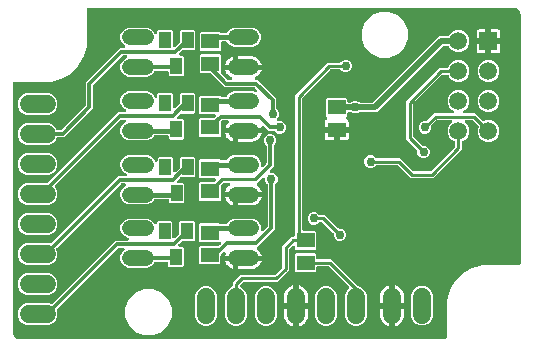
<source format=gbr>
G04 EAGLE Gerber X2 export*
G75*
%MOMM*%
%FSLAX34Y34*%
%LPD*%
%AMOC8*
5,1,8,0,0,1.08239X$1,22.5*%
G01*
%ADD10R,1.500000X1.300000*%
%ADD11R,1.000000X1.400000*%
%ADD12C,1.320800*%
%ADD13R,1.508000X1.508000*%
%ADD14C,1.508000*%
%ADD15C,1.524000*%
%ADD16C,0.406400*%
%ADD17C,0.304800*%
%ADD18C,0.508000*%
%ADD19C,0.756400*%
%ADD20C,0.254000*%

G36*
X-430020Y5003D02*
X-430020Y5003D01*
X-430124Y5007D01*
X-430852Y5078D01*
X-430956Y5102D01*
X-431061Y5117D01*
X-431141Y5144D01*
X-431162Y5149D01*
X-431176Y5156D01*
X-431213Y5169D01*
X-432558Y5726D01*
X-432566Y5731D01*
X-432575Y5733D01*
X-432704Y5809D01*
X-432834Y5884D01*
X-432841Y5890D01*
X-432849Y5895D01*
X-432970Y6001D01*
X-433999Y7030D01*
X-434005Y7038D01*
X-434012Y7043D01*
X-434102Y7163D01*
X-434194Y7282D01*
X-434198Y7290D01*
X-434203Y7297D01*
X-434274Y7442D01*
X-434831Y8787D01*
X-434859Y8889D01*
X-434896Y8989D01*
X-434909Y9072D01*
X-434915Y9093D01*
X-434915Y9109D01*
X-434922Y9148D01*
X-434993Y9876D01*
X-434993Y9896D01*
X-434999Y10000D01*
X-434999Y221230D01*
X-434984Y221348D01*
X-434977Y221467D01*
X-434964Y221505D01*
X-434959Y221546D01*
X-434916Y221656D01*
X-434879Y221769D01*
X-434857Y221804D01*
X-434842Y221841D01*
X-434773Y221937D01*
X-434709Y222038D01*
X-434679Y222066D01*
X-434656Y222099D01*
X-434564Y222175D01*
X-434477Y222256D01*
X-434442Y222276D01*
X-434411Y222301D01*
X-434303Y222352D01*
X-434199Y222410D01*
X-434159Y222420D01*
X-434123Y222437D01*
X-434006Y222459D01*
X-433891Y222489D01*
X-433831Y222493D01*
X-433811Y222497D01*
X-433790Y222495D01*
X-433730Y222499D01*
X-402892Y222499D01*
X-393990Y224885D01*
X-386009Y229492D01*
X-379492Y236009D01*
X-374885Y243990D01*
X-372499Y252892D01*
X-372499Y283730D01*
X-372484Y283848D01*
X-372477Y283967D01*
X-372464Y284005D01*
X-372459Y284046D01*
X-372416Y284156D01*
X-372379Y284269D01*
X-372357Y284304D01*
X-372342Y284341D01*
X-372273Y284437D01*
X-372209Y284538D01*
X-372179Y284566D01*
X-372156Y284599D01*
X-372064Y284675D01*
X-371977Y284756D01*
X-371942Y284776D01*
X-371911Y284801D01*
X-371803Y284852D01*
X-371699Y284910D01*
X-371659Y284920D01*
X-371623Y284937D01*
X-371506Y284959D01*
X-371391Y284989D01*
X-371331Y284993D01*
X-371311Y284997D01*
X-371290Y284995D01*
X-371230Y284999D01*
X-10000Y284999D01*
X-9980Y284997D01*
X-9876Y284993D01*
X-9148Y284921D01*
X-9044Y284898D01*
X-8939Y284883D01*
X-8859Y284856D01*
X-8838Y284851D01*
X-8824Y284844D01*
X-8787Y284831D01*
X-7442Y284274D01*
X-7434Y284269D01*
X-7425Y284267D01*
X-7296Y284191D01*
X-7166Y284116D01*
X-7159Y284110D01*
X-7151Y284105D01*
X-7030Y283999D01*
X-6001Y282970D01*
X-5995Y282962D01*
X-5988Y282957D01*
X-5898Y282837D01*
X-5806Y282718D01*
X-5802Y282710D01*
X-5797Y282703D01*
X-5726Y282558D01*
X-5169Y281213D01*
X-5141Y281111D01*
X-5104Y281011D01*
X-5091Y280928D01*
X-5085Y280907D01*
X-5085Y280891D01*
X-5079Y280852D01*
X-5007Y280124D01*
X-5007Y280105D01*
X-5001Y280000D01*
X-5001Y68770D01*
X-5016Y68652D01*
X-5023Y68533D01*
X-5036Y68495D01*
X-5041Y68454D01*
X-5084Y68344D01*
X-5121Y68231D01*
X-5143Y68196D01*
X-5158Y68159D01*
X-5227Y68063D01*
X-5291Y67962D01*
X-5321Y67934D01*
X-5344Y67901D01*
X-5436Y67825D01*
X-5523Y67744D01*
X-5558Y67724D01*
X-5589Y67699D01*
X-5697Y67648D01*
X-5801Y67590D01*
X-5841Y67580D01*
X-5877Y67563D01*
X-5994Y67541D01*
X-6109Y67511D01*
X-6169Y67507D01*
X-6189Y67503D01*
X-6210Y67505D01*
X-6270Y67501D01*
X-37108Y67501D01*
X-46010Y65115D01*
X-53991Y60508D01*
X-60508Y53991D01*
X-65115Y46010D01*
X-67501Y37108D01*
X-67501Y6270D01*
X-67516Y6152D01*
X-67523Y6033D01*
X-67536Y5995D01*
X-67541Y5954D01*
X-67584Y5844D01*
X-67621Y5731D01*
X-67643Y5696D01*
X-67658Y5659D01*
X-67727Y5563D01*
X-67791Y5462D01*
X-67821Y5434D01*
X-67844Y5401D01*
X-67936Y5325D01*
X-68023Y5244D01*
X-68058Y5224D01*
X-68089Y5199D01*
X-68197Y5148D01*
X-68301Y5090D01*
X-68341Y5080D01*
X-68377Y5063D01*
X-68494Y5041D01*
X-68609Y5011D01*
X-68669Y5007D01*
X-68689Y5003D01*
X-68710Y5005D01*
X-68770Y5001D01*
X-430000Y5001D01*
X-430020Y5003D01*
G37*
%LPC*%
G36*
X-259968Y67875D02*
X-259968Y67875D01*
X-259075Y68768D01*
X-259075Y75367D01*
X-259063Y75466D01*
X-259060Y75565D01*
X-259043Y75623D01*
X-259035Y75683D01*
X-258999Y75775D01*
X-258971Y75870D01*
X-258941Y75922D01*
X-258918Y75979D01*
X-258860Y76059D01*
X-258810Y76144D01*
X-258744Y76220D01*
X-258732Y76236D01*
X-258722Y76244D01*
X-258704Y76265D01*
X-256823Y78146D01*
X-256728Y78219D01*
X-256639Y78298D01*
X-256603Y78316D01*
X-256571Y78341D01*
X-256462Y78388D01*
X-256355Y78442D01*
X-256316Y78451D01*
X-256280Y78467D01*
X-256162Y78486D01*
X-256045Y78512D01*
X-256005Y78511D01*
X-255965Y78517D01*
X-255846Y78506D01*
X-255727Y78502D01*
X-255689Y78491D01*
X-255649Y78487D01*
X-255536Y78447D01*
X-255422Y78413D01*
X-255387Y78393D01*
X-255350Y78380D01*
X-255251Y78312D01*
X-255148Y78252D01*
X-255120Y78223D01*
X-255086Y78201D01*
X-255007Y78111D01*
X-254923Y78027D01*
X-254903Y77993D01*
X-254876Y77962D01*
X-254822Y77856D01*
X-254761Y77753D01*
X-254750Y77715D01*
X-254731Y77679D01*
X-254705Y77563D01*
X-254672Y77448D01*
X-254670Y77408D01*
X-254662Y77369D01*
X-254665Y77249D01*
X-254661Y77130D01*
X-254670Y77091D01*
X-254671Y77051D01*
X-254705Y76936D01*
X-254730Y76820D01*
X-254754Y76765D01*
X-254760Y76746D01*
X-254768Y76732D01*
X-255220Y75341D01*
X-255237Y75231D01*
X-247062Y75231D01*
X-246944Y75216D01*
X-246825Y75209D01*
X-246787Y75196D01*
X-246747Y75191D01*
X-246636Y75148D01*
X-246523Y75111D01*
X-246489Y75089D01*
X-246451Y75074D01*
X-246355Y75005D01*
X-246303Y74971D01*
X-246285Y74988D01*
X-246250Y75008D01*
X-246218Y75033D01*
X-246111Y75084D01*
X-246006Y75142D01*
X-245967Y75152D01*
X-245931Y75169D01*
X-245814Y75191D01*
X-245698Y75221D01*
X-245638Y75225D01*
X-245618Y75229D01*
X-245598Y75227D01*
X-245538Y75231D01*
X-224155Y75231D01*
X-224172Y75341D01*
X-224617Y76710D01*
X-225271Y77993D01*
X-226117Y79157D01*
X-227135Y80175D01*
X-227889Y80723D01*
X-227933Y80764D01*
X-227982Y80798D01*
X-228048Y80873D01*
X-228121Y80941D01*
X-228153Y80991D01*
X-228192Y81036D01*
X-228238Y81125D01*
X-228291Y81210D01*
X-228310Y81266D01*
X-228337Y81319D01*
X-228359Y81417D01*
X-228390Y81512D01*
X-228394Y81572D01*
X-228407Y81630D01*
X-228404Y81730D01*
X-228410Y81829D01*
X-228399Y81888D01*
X-228397Y81948D01*
X-228369Y82044D01*
X-228351Y82142D01*
X-228325Y82196D01*
X-228309Y82253D01*
X-228258Y82339D01*
X-228215Y82430D01*
X-228177Y82476D01*
X-228147Y82527D01*
X-228041Y82648D01*
X-225580Y85109D01*
X-212951Y97737D01*
X-212951Y135018D01*
X-212939Y135116D01*
X-212936Y135215D01*
X-212919Y135274D01*
X-212911Y135334D01*
X-212875Y135426D01*
X-212847Y135521D01*
X-212817Y135573D01*
X-212794Y135629D01*
X-212736Y135709D01*
X-212686Y135795D01*
X-212620Y135870D01*
X-212608Y135887D01*
X-212598Y135894D01*
X-212580Y135916D01*
X-211501Y136994D01*
X-210693Y138944D01*
X-210693Y141056D01*
X-211501Y143006D01*
X-212994Y144499D01*
X-214944Y145307D01*
X-216317Y145307D01*
X-216455Y145324D01*
X-216594Y145337D01*
X-216613Y145344D01*
X-216633Y145347D01*
X-216762Y145398D01*
X-216893Y145445D01*
X-216910Y145456D01*
X-216929Y145464D01*
X-217041Y145545D01*
X-217156Y145623D01*
X-217170Y145639D01*
X-217186Y145650D01*
X-217275Y145758D01*
X-217367Y145862D01*
X-217376Y145880D01*
X-217389Y145895D01*
X-217448Y146021D01*
X-217511Y146145D01*
X-217516Y146165D01*
X-217524Y146183D01*
X-217550Y146319D01*
X-217581Y146455D01*
X-217580Y146476D01*
X-217584Y146495D01*
X-217576Y146634D01*
X-217571Y146773D01*
X-217566Y146793D01*
X-217564Y146813D01*
X-217522Y146945D01*
X-217483Y147079D01*
X-217473Y147096D01*
X-217466Y147115D01*
X-217392Y147233D01*
X-217321Y147353D01*
X-217303Y147374D01*
X-217296Y147384D01*
X-217281Y147398D01*
X-217215Y147473D01*
X-213951Y150737D01*
X-213951Y168018D01*
X-213939Y168116D01*
X-213936Y168215D01*
X-213919Y168274D01*
X-213911Y168334D01*
X-213875Y168426D01*
X-213847Y168521D01*
X-213817Y168573D01*
X-213794Y168629D01*
X-213736Y168709D01*
X-213686Y168795D01*
X-213620Y168870D01*
X-213608Y168887D01*
X-213598Y168894D01*
X-213580Y168916D01*
X-212501Y169994D01*
X-211693Y171944D01*
X-211693Y174056D01*
X-212501Y176006D01*
X-213994Y177499D01*
X-215944Y178307D01*
X-218056Y178307D01*
X-220006Y177499D01*
X-221499Y176006D01*
X-222307Y174056D01*
X-222307Y171944D01*
X-221499Y169994D01*
X-220420Y168916D01*
X-220360Y168837D01*
X-220292Y168765D01*
X-220263Y168712D01*
X-220226Y168664D01*
X-220186Y168573D01*
X-220138Y168487D01*
X-220123Y168428D01*
X-220099Y168372D01*
X-220084Y168275D01*
X-220059Y168179D01*
X-220053Y168079D01*
X-220049Y168058D01*
X-220051Y168046D01*
X-220049Y168018D01*
X-220049Y153789D01*
X-220061Y153690D01*
X-220064Y153591D01*
X-220081Y153533D01*
X-220089Y153473D01*
X-220125Y153381D01*
X-220153Y153286D01*
X-220183Y153234D01*
X-220206Y153177D01*
X-220264Y153097D01*
X-220314Y153012D01*
X-220380Y152937D01*
X-220392Y152920D01*
X-220402Y152912D01*
X-220420Y152891D01*
X-222797Y150515D01*
X-222906Y150430D01*
X-223013Y150341D01*
X-223032Y150333D01*
X-223048Y150320D01*
X-223176Y150265D01*
X-223301Y150206D01*
X-223321Y150202D01*
X-223340Y150194D01*
X-223478Y150172D01*
X-223614Y150146D01*
X-223634Y150147D01*
X-223654Y150144D01*
X-223793Y150157D01*
X-223931Y150166D01*
X-223950Y150172D01*
X-223970Y150174D01*
X-224102Y150221D01*
X-224233Y150264D01*
X-224251Y150274D01*
X-224270Y150281D01*
X-224385Y150359D01*
X-224502Y150434D01*
X-224516Y150449D01*
X-224533Y150460D01*
X-224625Y150564D01*
X-224720Y150665D01*
X-224730Y150683D01*
X-224743Y150698D01*
X-224807Y150822D01*
X-224874Y150944D01*
X-224879Y150963D01*
X-224888Y150982D01*
X-224918Y151117D01*
X-224953Y151252D01*
X-224955Y151280D01*
X-224958Y151292D01*
X-224957Y151312D01*
X-224963Y151413D01*
X-224963Y154117D01*
X-226201Y157105D01*
X-228487Y159391D01*
X-231475Y160629D01*
X-247917Y160629D01*
X-250905Y159391D01*
X-253191Y157105D01*
X-253301Y156840D01*
X-253315Y156815D01*
X-253324Y156787D01*
X-253394Y156677D01*
X-253458Y156564D01*
X-253479Y156543D01*
X-253495Y156518D01*
X-253589Y156429D01*
X-253679Y156336D01*
X-253705Y156320D01*
X-253726Y156300D01*
X-253840Y156237D01*
X-253951Y156169D01*
X-253979Y156161D01*
X-254005Y156146D01*
X-254130Y156114D01*
X-254254Y156076D01*
X-254284Y156074D01*
X-254313Y156067D01*
X-254473Y156057D01*
X-258475Y156057D01*
X-258573Y156069D01*
X-258672Y156072D01*
X-258730Y156089D01*
X-258790Y156097D01*
X-258882Y156133D01*
X-258977Y156161D01*
X-259030Y156191D01*
X-259086Y156214D01*
X-259166Y156272D01*
X-259251Y156322D01*
X-259327Y156388D01*
X-259343Y156400D01*
X-259351Y156410D01*
X-259372Y156428D01*
X-259868Y156925D01*
X-276132Y156925D01*
X-277025Y156032D01*
X-277025Y141768D01*
X-276132Y140875D01*
X-264041Y140875D01*
X-263903Y140858D01*
X-263765Y140845D01*
X-263746Y140838D01*
X-263726Y140835D01*
X-263596Y140784D01*
X-263466Y140737D01*
X-263449Y140726D01*
X-263430Y140718D01*
X-263318Y140637D01*
X-263202Y140559D01*
X-263189Y140543D01*
X-263173Y140532D01*
X-263084Y140425D01*
X-262992Y140320D01*
X-262983Y140302D01*
X-262970Y140287D01*
X-262911Y140161D01*
X-262847Y140037D01*
X-262843Y140017D01*
X-262834Y139999D01*
X-262808Y139863D01*
X-262778Y139727D01*
X-262778Y139706D01*
X-262775Y139687D01*
X-262783Y139548D01*
X-262787Y139409D01*
X-262793Y139389D01*
X-262794Y139369D01*
X-262837Y139237D01*
X-262876Y139103D01*
X-262886Y139086D01*
X-262892Y139067D01*
X-262967Y138949D01*
X-263037Y138829D01*
X-263056Y138808D01*
X-263063Y138798D01*
X-263077Y138784D01*
X-263144Y138708D01*
X-263556Y138296D01*
X-263634Y138236D01*
X-263706Y138168D01*
X-263759Y138139D01*
X-263807Y138102D01*
X-263898Y138062D01*
X-263985Y138014D01*
X-264043Y137999D01*
X-264099Y137975D01*
X-264197Y137960D01*
X-264293Y137935D01*
X-264393Y137929D01*
X-264413Y137925D01*
X-264425Y137927D01*
X-264453Y137925D01*
X-276132Y137925D01*
X-277025Y137032D01*
X-277025Y122768D01*
X-276132Y121875D01*
X-259868Y121875D01*
X-258975Y122768D01*
X-258975Y134447D01*
X-258963Y134545D01*
X-258960Y134644D01*
X-258943Y134702D01*
X-258935Y134762D01*
X-258899Y134854D01*
X-258871Y134949D01*
X-258841Y135002D01*
X-258818Y135058D01*
X-258760Y135138D01*
X-258710Y135223D01*
X-258668Y135270D01*
X-258667Y135272D01*
X-258665Y135275D01*
X-258644Y135299D01*
X-258632Y135315D01*
X-258622Y135323D01*
X-258604Y135344D01*
X-257114Y136834D01*
X-257036Y136894D01*
X-256964Y136962D01*
X-256911Y136991D01*
X-256863Y137028D01*
X-256772Y137068D01*
X-256685Y137116D01*
X-256627Y137131D01*
X-256571Y137155D01*
X-256473Y137170D01*
X-256377Y137195D01*
X-256277Y137201D01*
X-256257Y137205D01*
X-256245Y137203D01*
X-256217Y137205D01*
X-251856Y137205D01*
X-251776Y137195D01*
X-251697Y137195D01*
X-251619Y137175D01*
X-251540Y137165D01*
X-251466Y137136D01*
X-251389Y137116D01*
X-251319Y137078D01*
X-251244Y137048D01*
X-251180Y137002D01*
X-251110Y136963D01*
X-251052Y136909D01*
X-250987Y136862D01*
X-250936Y136800D01*
X-250878Y136746D01*
X-250835Y136678D01*
X-250784Y136617D01*
X-250750Y136544D01*
X-250707Y136477D01*
X-250683Y136401D01*
X-250649Y136329D01*
X-250634Y136251D01*
X-250609Y136175D01*
X-250604Y136095D01*
X-250589Y136017D01*
X-250594Y135937D01*
X-250589Y135857D01*
X-250604Y135779D01*
X-250609Y135699D01*
X-250633Y135623D01*
X-250648Y135545D01*
X-250682Y135473D01*
X-250707Y135397D01*
X-250749Y135329D01*
X-250783Y135257D01*
X-250834Y135196D01*
X-250877Y135128D01*
X-250935Y135073D01*
X-250986Y135012D01*
X-251107Y134911D01*
X-251108Y134910D01*
X-251109Y134910D01*
X-251110Y134909D01*
X-252257Y134075D01*
X-253275Y133057D01*
X-254121Y131893D01*
X-254775Y130610D01*
X-255220Y129241D01*
X-255237Y129131D01*
X-247062Y129131D01*
X-246944Y129116D01*
X-246825Y129109D01*
X-246787Y129096D01*
X-246747Y129091D01*
X-246636Y129048D01*
X-246523Y129011D01*
X-246489Y128989D01*
X-246451Y128974D01*
X-246355Y128905D01*
X-246303Y128871D01*
X-246285Y128888D01*
X-246250Y128908D01*
X-246218Y128933D01*
X-246111Y128984D01*
X-246006Y129042D01*
X-245967Y129052D01*
X-245931Y129069D01*
X-245814Y129091D01*
X-245698Y129121D01*
X-245638Y129125D01*
X-245618Y129129D01*
X-245598Y129127D01*
X-245538Y129131D01*
X-224155Y129131D01*
X-224172Y129241D01*
X-224617Y130610D01*
X-225271Y131893D01*
X-226117Y133057D01*
X-227135Y134075D01*
X-227947Y134665D01*
X-227990Y134706D01*
X-228040Y134740D01*
X-228106Y134815D01*
X-228179Y134883D01*
X-228211Y134933D01*
X-228250Y134978D01*
X-228296Y135067D01*
X-228349Y135152D01*
X-228368Y135208D01*
X-228395Y135261D01*
X-228417Y135359D01*
X-228448Y135454D01*
X-228452Y135514D01*
X-228465Y135572D01*
X-228462Y135672D01*
X-228468Y135771D01*
X-228457Y135830D01*
X-228455Y135890D01*
X-228427Y135986D01*
X-228408Y136084D01*
X-228383Y136138D01*
X-228367Y136195D01*
X-228316Y136281D01*
X-228273Y136372D01*
X-228235Y136418D01*
X-228205Y136469D01*
X-228099Y136590D01*
X-223473Y141215D01*
X-223364Y141300D01*
X-223257Y141389D01*
X-223238Y141397D01*
X-223222Y141410D01*
X-223094Y141465D01*
X-222969Y141524D01*
X-222949Y141528D01*
X-222930Y141536D01*
X-222792Y141558D01*
X-222656Y141584D01*
X-222636Y141583D01*
X-222616Y141586D01*
X-222477Y141573D01*
X-222339Y141564D01*
X-222320Y141558D01*
X-222300Y141556D01*
X-222168Y141509D01*
X-222037Y141466D01*
X-222019Y141456D01*
X-222000Y141449D01*
X-221885Y141371D01*
X-221768Y141296D01*
X-221754Y141281D01*
X-221737Y141270D01*
X-221645Y141166D01*
X-221550Y141065D01*
X-221540Y141047D01*
X-221527Y141032D01*
X-221463Y140908D01*
X-221396Y140786D01*
X-221391Y140767D01*
X-221382Y140748D01*
X-221352Y140613D01*
X-221317Y140478D01*
X-221315Y140450D01*
X-221312Y140438D01*
X-221313Y140418D01*
X-221307Y140317D01*
X-221307Y138944D01*
X-220499Y136994D01*
X-219420Y135916D01*
X-219360Y135837D01*
X-219292Y135765D01*
X-219263Y135712D01*
X-219226Y135664D01*
X-219186Y135573D01*
X-219138Y135487D01*
X-219123Y135428D01*
X-219099Y135372D01*
X-219084Y135275D01*
X-219059Y135179D01*
X-219053Y135079D01*
X-219049Y135058D01*
X-219051Y135046D01*
X-219049Y135018D01*
X-219049Y100789D01*
X-219061Y100690D01*
X-219064Y100591D01*
X-219081Y100533D01*
X-219089Y100473D01*
X-219125Y100381D01*
X-219153Y100286D01*
X-219183Y100234D01*
X-219206Y100177D01*
X-219264Y100097D01*
X-219314Y100012D01*
X-219380Y99937D01*
X-219392Y99920D01*
X-219402Y99912D01*
X-219420Y99891D01*
X-222797Y96515D01*
X-222906Y96430D01*
X-223013Y96341D01*
X-223032Y96333D01*
X-223048Y96320D01*
X-223176Y96265D01*
X-223301Y96206D01*
X-223321Y96202D01*
X-223340Y96194D01*
X-223478Y96172D01*
X-223614Y96146D01*
X-223634Y96147D01*
X-223654Y96144D01*
X-223793Y96157D01*
X-223931Y96166D01*
X-223950Y96172D01*
X-223970Y96174D01*
X-224102Y96221D01*
X-224233Y96264D01*
X-224251Y96274D01*
X-224270Y96281D01*
X-224385Y96359D01*
X-224502Y96434D01*
X-224516Y96449D01*
X-224533Y96460D01*
X-224625Y96564D01*
X-224720Y96665D01*
X-224730Y96683D01*
X-224743Y96698D01*
X-224807Y96822D01*
X-224874Y96944D01*
X-224879Y96963D01*
X-224888Y96982D01*
X-224918Y97117D01*
X-224953Y97252D01*
X-224955Y97280D01*
X-224958Y97292D01*
X-224957Y97312D01*
X-224963Y97413D01*
X-224963Y100217D01*
X-226201Y103205D01*
X-228487Y105491D01*
X-231475Y106729D01*
X-247917Y106729D01*
X-250905Y105491D01*
X-253191Y103205D01*
X-253301Y102940D01*
X-253315Y102915D01*
X-253324Y102887D01*
X-253394Y102777D01*
X-253458Y102664D01*
X-253479Y102643D01*
X-253495Y102618D01*
X-253589Y102529D01*
X-253680Y102436D01*
X-253705Y102420D01*
X-253726Y102400D01*
X-253840Y102337D01*
X-253951Y102269D01*
X-253979Y102261D01*
X-254005Y102246D01*
X-254130Y102214D01*
X-254255Y102176D01*
X-254284Y102174D01*
X-254313Y102167D01*
X-254473Y102157D01*
X-258675Y102157D01*
X-258773Y102169D01*
X-258872Y102172D01*
X-258930Y102189D01*
X-258990Y102197D01*
X-259082Y102233D01*
X-259177Y102261D01*
X-259230Y102291D01*
X-259286Y102314D01*
X-259366Y102372D01*
X-259451Y102422D01*
X-259527Y102488D01*
X-259543Y102500D01*
X-259551Y102510D01*
X-259572Y102528D01*
X-259968Y102925D01*
X-276232Y102925D01*
X-277125Y102032D01*
X-277125Y87768D01*
X-276232Y86875D01*
X-259781Y86875D01*
X-259643Y86858D01*
X-259504Y86845D01*
X-259485Y86838D01*
X-259465Y86835D01*
X-259336Y86784D01*
X-259205Y86737D01*
X-259188Y86726D01*
X-259169Y86718D01*
X-259057Y86637D01*
X-258942Y86559D01*
X-258928Y86543D01*
X-258912Y86532D01*
X-258823Y86424D01*
X-258731Y86320D01*
X-258722Y86302D01*
X-258709Y86287D01*
X-258650Y86161D01*
X-258587Y86037D01*
X-258582Y86017D01*
X-258574Y85999D01*
X-258548Y85863D01*
X-258517Y85727D01*
X-258518Y85706D01*
X-258514Y85687D01*
X-258522Y85548D01*
X-258527Y85409D01*
X-258532Y85389D01*
X-258534Y85369D01*
X-258577Y85237D01*
X-258615Y85103D01*
X-258625Y85086D01*
X-258632Y85067D01*
X-258706Y84949D01*
X-258777Y84829D01*
X-258795Y84808D01*
X-258802Y84798D01*
X-258817Y84784D01*
X-258883Y84709D01*
X-259295Y84296D01*
X-259373Y84236D01*
X-259445Y84168D01*
X-259498Y84139D01*
X-259546Y84102D01*
X-259637Y84062D01*
X-259724Y84014D01*
X-259782Y83999D01*
X-259838Y83975D01*
X-259936Y83960D01*
X-260032Y83935D01*
X-260132Y83929D01*
X-260152Y83925D01*
X-260165Y83927D01*
X-260193Y83925D01*
X-276232Y83925D01*
X-277125Y83032D01*
X-277125Y68768D01*
X-276232Y67875D01*
X-259968Y67875D01*
G37*
%LPD*%
%LPC*%
G36*
X-404561Y169355D02*
X-404561Y169355D01*
X-401200Y170747D01*
X-398627Y173320D01*
X-398069Y174668D01*
X-398055Y174693D01*
X-398045Y174721D01*
X-397976Y174831D01*
X-397912Y174944D01*
X-397891Y174965D01*
X-397875Y174990D01*
X-397781Y175079D01*
X-397690Y175172D01*
X-397665Y175188D01*
X-397644Y175208D01*
X-397530Y175271D01*
X-397419Y175339D01*
X-397391Y175347D01*
X-397365Y175362D01*
X-397239Y175394D01*
X-397115Y175432D01*
X-397086Y175434D01*
X-397057Y175441D01*
X-396897Y175451D01*
X-391237Y175451D01*
X-366951Y199737D01*
X-366951Y219211D01*
X-366939Y219310D01*
X-366936Y219409D01*
X-366919Y219467D01*
X-366911Y219527D01*
X-366875Y219619D01*
X-366847Y219714D01*
X-366817Y219766D01*
X-366794Y219823D01*
X-366736Y219903D01*
X-366686Y219988D01*
X-366620Y220063D01*
X-366608Y220080D01*
X-366598Y220088D01*
X-366580Y220109D01*
X-342109Y244580D01*
X-342031Y244640D01*
X-341959Y244708D01*
X-341906Y244737D01*
X-341858Y244774D01*
X-341767Y244814D01*
X-341680Y244862D01*
X-341621Y244877D01*
X-341566Y244901D01*
X-341468Y244916D01*
X-341372Y244941D01*
X-341272Y244947D01*
X-341252Y244951D01*
X-341239Y244949D01*
X-341211Y244951D01*
X-339064Y244951D01*
X-338995Y244943D01*
X-338925Y244944D01*
X-338838Y244923D01*
X-338749Y244911D01*
X-338684Y244886D01*
X-338616Y244869D01*
X-338537Y244827D01*
X-338453Y244794D01*
X-338397Y244753D01*
X-338335Y244721D01*
X-338268Y244660D01*
X-338196Y244608D01*
X-338151Y244554D01*
X-338100Y244507D01*
X-338050Y244432D01*
X-337993Y244363D01*
X-337963Y244299D01*
X-337925Y244241D01*
X-337896Y244156D01*
X-337858Y244075D01*
X-337844Y244006D01*
X-337822Y243940D01*
X-337815Y243851D01*
X-337798Y243763D01*
X-337802Y243693D01*
X-337797Y243623D01*
X-337812Y243535D01*
X-337817Y243445D01*
X-337839Y243379D01*
X-337851Y243310D01*
X-337888Y243228D01*
X-337916Y243143D01*
X-337953Y243084D01*
X-337982Y243020D01*
X-338038Y242950D01*
X-338086Y242874D01*
X-338136Y242826D01*
X-338180Y242772D01*
X-338252Y242717D01*
X-338317Y242656D01*
X-338378Y242622D01*
X-338434Y242580D01*
X-338579Y242509D01*
X-340313Y241791D01*
X-342599Y239505D01*
X-343837Y236517D01*
X-343837Y233283D01*
X-342599Y230295D01*
X-340313Y228009D01*
X-337325Y226771D01*
X-320883Y226771D01*
X-317895Y228009D01*
X-315609Y230295D01*
X-315289Y231068D01*
X-315274Y231093D01*
X-315265Y231121D01*
X-315196Y231231D01*
X-315131Y231344D01*
X-315111Y231365D01*
X-315095Y231390D01*
X-315000Y231479D01*
X-314910Y231572D01*
X-314885Y231588D01*
X-314863Y231608D01*
X-314750Y231671D01*
X-314639Y231739D01*
X-314611Y231747D01*
X-314585Y231762D01*
X-314459Y231794D01*
X-314335Y231832D01*
X-314306Y231834D01*
X-314277Y231841D01*
X-314116Y231851D01*
X-304294Y231851D01*
X-304176Y231836D01*
X-304057Y231829D01*
X-304019Y231816D01*
X-303978Y231811D01*
X-303868Y231768D01*
X-303755Y231731D01*
X-303720Y231709D01*
X-303683Y231694D01*
X-303587Y231625D01*
X-303486Y231561D01*
X-303458Y231531D01*
X-303425Y231508D01*
X-303349Y231416D01*
X-303268Y231329D01*
X-303248Y231294D01*
X-303223Y231263D01*
X-303172Y231155D01*
X-303114Y231051D01*
X-303104Y231011D01*
X-303087Y230975D01*
X-303065Y230858D01*
X-303035Y230743D01*
X-303031Y230683D01*
X-303027Y230663D01*
X-303029Y230642D01*
X-303025Y230582D01*
X-303025Y228568D01*
X-302132Y227675D01*
X-290868Y227675D01*
X-289975Y228568D01*
X-289975Y243832D01*
X-290868Y244725D01*
X-293099Y244725D01*
X-293237Y244742D01*
X-293376Y244755D01*
X-293395Y244762D01*
X-293415Y244765D01*
X-293544Y244816D01*
X-293675Y244863D01*
X-293692Y244874D01*
X-293711Y244882D01*
X-293823Y244963D01*
X-293938Y245041D01*
X-293952Y245057D01*
X-293968Y245068D01*
X-294057Y245176D01*
X-294149Y245280D01*
X-294158Y245298D01*
X-294171Y245313D01*
X-294230Y245439D01*
X-294293Y245563D01*
X-294298Y245583D01*
X-294306Y245601D01*
X-294332Y245738D01*
X-294363Y245873D01*
X-294362Y245894D01*
X-294366Y245913D01*
X-294358Y246052D01*
X-294353Y246191D01*
X-294348Y246211D01*
X-294346Y246231D01*
X-294304Y246363D01*
X-294265Y246497D01*
X-294255Y246514D01*
X-294248Y246533D01*
X-294174Y246651D01*
X-294103Y246771D01*
X-294085Y246792D01*
X-294078Y246802D01*
X-294063Y246816D01*
X-293997Y246892D01*
X-293780Y247109D01*
X-291585Y249304D01*
X-291507Y249364D01*
X-291435Y249432D01*
X-291382Y249461D01*
X-291334Y249498D01*
X-291243Y249538D01*
X-291156Y249586D01*
X-291097Y249601D01*
X-291042Y249625D01*
X-290944Y249640D01*
X-290848Y249665D01*
X-290748Y249671D01*
X-290728Y249675D01*
X-290715Y249673D01*
X-290687Y249675D01*
X-281368Y249675D01*
X-280475Y250568D01*
X-280475Y265832D01*
X-281368Y266725D01*
X-292632Y266725D01*
X-293525Y265832D01*
X-293525Y256513D01*
X-293537Y256414D01*
X-293540Y256315D01*
X-293557Y256257D01*
X-293565Y256197D01*
X-293601Y256105D01*
X-293629Y256010D01*
X-293659Y255958D01*
X-293682Y255901D01*
X-293740Y255821D01*
X-293790Y255736D01*
X-293856Y255661D01*
X-293868Y255644D01*
X-293878Y255636D01*
X-293896Y255615D01*
X-297309Y252203D01*
X-297418Y252118D01*
X-297525Y252029D01*
X-297544Y252021D01*
X-297560Y252008D01*
X-297688Y251953D01*
X-297813Y251894D01*
X-297833Y251890D01*
X-297852Y251882D01*
X-297990Y251860D01*
X-298126Y251834D01*
X-298146Y251835D01*
X-298166Y251832D01*
X-298305Y251845D01*
X-298443Y251854D01*
X-298462Y251860D01*
X-298482Y251862D01*
X-298614Y251909D01*
X-298745Y251952D01*
X-298763Y251962D01*
X-298782Y251969D01*
X-298897Y252047D01*
X-299014Y252122D01*
X-299028Y252137D01*
X-299045Y252148D01*
X-299137Y252252D01*
X-299232Y252353D01*
X-299242Y252371D01*
X-299255Y252386D01*
X-299319Y252510D01*
X-299386Y252632D01*
X-299391Y252651D01*
X-299400Y252670D01*
X-299430Y252805D01*
X-299465Y252940D01*
X-299467Y252968D01*
X-299470Y252980D01*
X-299469Y253000D01*
X-299475Y253101D01*
X-299475Y265832D01*
X-300368Y266725D01*
X-311632Y266725D01*
X-312525Y265832D01*
X-312525Y263840D01*
X-312533Y263771D01*
X-312532Y263701D01*
X-312553Y263613D01*
X-312565Y263524D01*
X-312590Y263459D01*
X-312607Y263392D01*
X-312649Y263312D01*
X-312682Y263229D01*
X-312723Y263172D01*
X-312755Y263111D01*
X-312816Y263044D01*
X-312868Y262971D01*
X-312922Y262927D01*
X-312969Y262875D01*
X-313044Y262826D01*
X-313113Y262769D01*
X-313177Y262739D01*
X-313235Y262700D01*
X-313320Y262671D01*
X-313401Y262633D01*
X-313470Y262620D01*
X-313536Y262597D01*
X-313625Y262590D01*
X-313713Y262573D01*
X-313783Y262578D01*
X-313853Y262572D01*
X-313941Y262587D01*
X-314031Y262593D01*
X-314097Y262614D01*
X-314166Y262626D01*
X-314248Y262663D01*
X-314333Y262691D01*
X-314392Y262728D01*
X-314456Y262757D01*
X-314526Y262813D01*
X-314602Y262861D01*
X-314650Y262912D01*
X-314704Y262956D01*
X-314759Y263027D01*
X-314820Y263093D01*
X-314854Y263154D01*
X-314896Y263210D01*
X-314967Y263354D01*
X-315609Y264905D01*
X-317895Y267191D01*
X-320883Y268429D01*
X-337325Y268429D01*
X-340313Y267191D01*
X-342599Y264905D01*
X-343837Y261917D01*
X-343837Y258683D01*
X-342599Y255695D01*
X-340241Y253337D01*
X-340234Y253334D01*
X-340184Y253285D01*
X-340127Y253244D01*
X-340070Y253175D01*
X-340006Y253112D01*
X-339969Y253053D01*
X-339924Y252999D01*
X-339886Y252918D01*
X-339839Y252841D01*
X-339819Y252774D01*
X-339789Y252711D01*
X-339772Y252623D01*
X-339746Y252538D01*
X-339742Y252467D01*
X-339729Y252398D01*
X-339735Y252309D01*
X-339730Y252220D01*
X-339744Y252151D01*
X-339749Y252081D01*
X-339776Y251996D01*
X-339794Y251908D01*
X-339825Y251845D01*
X-339847Y251779D01*
X-339895Y251703D01*
X-339934Y251623D01*
X-339979Y251569D01*
X-340017Y251510D01*
X-340082Y251449D01*
X-340140Y251380D01*
X-340198Y251340D01*
X-340249Y251292D01*
X-340327Y251249D01*
X-340400Y251197D01*
X-340466Y251172D01*
X-340527Y251138D01*
X-340614Y251116D01*
X-340697Y251084D01*
X-340767Y251076D01*
X-340835Y251059D01*
X-340996Y251049D01*
X-344263Y251049D01*
X-373049Y222263D01*
X-373049Y202789D01*
X-373061Y202690D01*
X-373064Y202591D01*
X-373081Y202533D01*
X-373089Y202473D01*
X-373125Y202381D01*
X-373153Y202286D01*
X-373183Y202234D01*
X-373206Y202177D01*
X-373264Y202097D01*
X-373314Y202012D01*
X-373380Y201937D01*
X-373392Y201920D01*
X-373402Y201912D01*
X-373420Y201891D01*
X-393391Y181920D01*
X-393469Y181860D01*
X-393541Y181792D01*
X-393594Y181763D01*
X-393642Y181726D01*
X-393733Y181686D01*
X-393820Y181638D01*
X-393879Y181623D01*
X-393934Y181599D01*
X-394032Y181584D01*
X-394128Y181559D01*
X-394228Y181553D01*
X-394248Y181549D01*
X-394261Y181551D01*
X-394289Y181549D01*
X-396897Y181549D01*
X-396926Y181552D01*
X-396955Y181550D01*
X-397083Y181572D01*
X-397212Y181589D01*
X-397240Y181599D01*
X-397269Y181604D01*
X-397387Y181658D01*
X-397508Y181706D01*
X-397532Y181723D01*
X-397559Y181735D01*
X-397660Y181816D01*
X-397765Y181892D01*
X-397784Y181915D01*
X-397807Y181934D01*
X-397885Y182037D01*
X-397968Y182137D01*
X-397981Y182164D01*
X-397998Y182188D01*
X-398069Y182332D01*
X-398627Y183680D01*
X-401200Y186253D01*
X-404561Y187645D01*
X-423439Y187645D01*
X-426800Y186253D01*
X-429373Y183680D01*
X-430765Y180319D01*
X-430765Y176681D01*
X-429373Y173320D01*
X-426800Y170747D01*
X-423439Y169355D01*
X-404561Y169355D01*
G37*
%LPD*%
%LPC*%
G36*
X-404561Y118555D02*
X-404561Y118555D01*
X-401200Y119947D01*
X-398627Y122520D01*
X-397235Y125881D01*
X-397235Y129519D01*
X-398627Y132880D01*
X-398820Y133073D01*
X-398893Y133167D01*
X-398972Y133256D01*
X-398991Y133292D01*
X-399015Y133324D01*
X-399063Y133433D01*
X-399117Y133540D01*
X-399126Y133579D01*
X-399142Y133616D01*
X-399160Y133733D01*
X-399186Y133850D01*
X-399185Y133890D01*
X-399192Y133930D01*
X-399180Y134049D01*
X-399177Y134168D01*
X-399166Y134207D01*
X-399162Y134247D01*
X-399121Y134359D01*
X-399088Y134473D01*
X-399068Y134508D01*
X-399054Y134546D01*
X-398987Y134645D01*
X-398927Y134747D01*
X-398887Y134792D01*
X-398876Y134809D01*
X-398860Y134823D01*
X-398820Y134868D01*
X-343465Y190224D01*
X-343387Y190284D01*
X-343315Y190352D01*
X-343262Y190381D01*
X-343214Y190418D01*
X-343123Y190458D01*
X-343036Y190506D01*
X-342977Y190521D01*
X-342922Y190545D01*
X-342824Y190560D01*
X-342728Y190585D01*
X-342628Y190591D01*
X-342608Y190595D01*
X-342595Y190593D01*
X-342567Y190595D01*
X-340165Y190595D01*
X-340096Y190587D01*
X-340026Y190588D01*
X-339939Y190567D01*
X-339850Y190555D01*
X-339785Y190530D01*
X-339717Y190513D01*
X-339638Y190471D01*
X-339554Y190438D01*
X-339498Y190397D01*
X-339436Y190365D01*
X-339369Y190304D01*
X-339297Y190252D01*
X-339252Y190198D01*
X-339201Y190151D01*
X-339151Y190076D01*
X-339094Y190007D01*
X-339064Y189943D01*
X-339026Y189885D01*
X-338997Y189800D01*
X-338958Y189719D01*
X-338945Y189650D01*
X-338923Y189584D01*
X-338915Y189495D01*
X-338899Y189407D01*
X-338903Y189337D01*
X-338897Y189267D01*
X-338913Y189179D01*
X-338918Y189089D01*
X-338940Y189023D01*
X-338952Y188954D01*
X-338989Y188872D01*
X-339016Y188787D01*
X-339054Y188728D01*
X-339082Y188664D01*
X-339138Y188594D01*
X-339187Y188518D01*
X-339237Y188470D01*
X-339281Y188416D01*
X-339353Y188362D01*
X-339418Y188300D01*
X-339479Y188266D01*
X-339535Y188224D01*
X-339680Y188153D01*
X-340313Y187891D01*
X-342599Y185605D01*
X-343837Y182617D01*
X-343837Y179383D01*
X-342599Y176395D01*
X-340313Y174109D01*
X-337325Y172871D01*
X-320883Y172871D01*
X-317895Y174109D01*
X-315609Y176395D01*
X-315499Y176660D01*
X-315485Y176685D01*
X-315476Y176713D01*
X-315406Y176823D01*
X-315342Y176936D01*
X-315321Y176957D01*
X-315305Y176982D01*
X-315211Y177071D01*
X-315120Y177164D01*
X-315095Y177180D01*
X-315074Y177200D01*
X-314960Y177263D01*
X-314849Y177331D01*
X-314821Y177339D01*
X-314795Y177354D01*
X-314670Y177386D01*
X-314545Y177424D01*
X-314516Y177426D01*
X-314487Y177433D01*
X-314327Y177443D01*
X-304194Y177443D01*
X-304076Y177428D01*
X-303957Y177421D01*
X-303919Y177408D01*
X-303878Y177403D01*
X-303768Y177360D01*
X-303655Y177323D01*
X-303620Y177301D01*
X-303583Y177286D01*
X-303487Y177217D01*
X-303386Y177153D01*
X-303358Y177123D01*
X-303325Y177100D01*
X-303249Y177008D01*
X-303168Y176921D01*
X-303148Y176886D01*
X-303123Y176855D01*
X-303072Y176747D01*
X-303014Y176643D01*
X-303004Y176603D01*
X-302987Y176567D01*
X-302965Y176450D01*
X-302935Y176335D01*
X-302931Y176275D01*
X-302927Y176255D01*
X-302929Y176234D01*
X-302925Y176174D01*
X-302925Y174568D01*
X-302032Y173675D01*
X-290768Y173675D01*
X-289875Y174568D01*
X-289875Y189832D01*
X-290768Y190725D01*
X-294971Y190725D01*
X-295108Y190742D01*
X-295247Y190755D01*
X-295266Y190762D01*
X-295286Y190765D01*
X-295415Y190816D01*
X-295546Y190863D01*
X-295563Y190874D01*
X-295582Y190882D01*
X-295694Y190963D01*
X-295809Y191041D01*
X-295823Y191057D01*
X-295839Y191068D01*
X-295928Y191176D01*
X-296020Y191280D01*
X-296029Y191298D01*
X-296042Y191313D01*
X-296101Y191439D01*
X-296164Y191563D01*
X-296169Y191583D01*
X-296177Y191601D01*
X-296204Y191737D01*
X-296234Y191873D01*
X-296233Y191894D01*
X-296237Y191913D01*
X-296229Y192052D01*
X-296224Y192191D01*
X-296219Y192211D01*
X-296217Y192231D01*
X-296175Y192363D01*
X-296136Y192497D01*
X-296126Y192514D01*
X-296119Y192533D01*
X-296045Y192651D01*
X-295974Y192771D01*
X-295956Y192792D01*
X-295949Y192802D01*
X-295934Y192816D01*
X-295868Y192891D01*
X-293456Y195304D01*
X-293378Y195364D01*
X-293306Y195432D01*
X-293253Y195461D01*
X-293205Y195498D01*
X-293114Y195538D01*
X-293027Y195586D01*
X-292969Y195601D01*
X-292913Y195625D01*
X-292815Y195640D01*
X-292719Y195665D01*
X-292619Y195671D01*
X-292599Y195675D01*
X-292586Y195673D01*
X-292558Y195675D01*
X-281268Y195675D01*
X-280375Y196568D01*
X-280375Y211832D01*
X-281268Y212725D01*
X-292532Y212725D01*
X-293425Y211832D01*
X-293425Y204484D01*
X-293437Y204385D01*
X-293440Y204286D01*
X-293457Y204228D01*
X-293465Y204168D01*
X-293501Y204076D01*
X-293529Y203981D01*
X-293559Y203929D01*
X-293582Y203872D01*
X-293640Y203792D01*
X-293690Y203707D01*
X-293756Y203632D01*
X-293768Y203615D01*
X-293778Y203607D01*
X-293796Y203586D01*
X-297209Y200174D01*
X-297318Y200089D01*
X-297425Y200000D01*
X-297444Y199992D01*
X-297460Y199979D01*
X-297588Y199924D01*
X-297713Y199865D01*
X-297733Y199861D01*
X-297752Y199853D01*
X-297890Y199831D01*
X-298026Y199805D01*
X-298046Y199806D01*
X-298066Y199803D01*
X-298205Y199816D01*
X-298343Y199825D01*
X-298362Y199831D01*
X-298382Y199833D01*
X-298514Y199880D01*
X-298645Y199923D01*
X-298663Y199933D01*
X-298682Y199940D01*
X-298797Y200018D01*
X-298914Y200093D01*
X-298928Y200108D01*
X-298945Y200119D01*
X-299037Y200223D01*
X-299132Y200324D01*
X-299142Y200342D01*
X-299155Y200357D01*
X-299219Y200481D01*
X-299286Y200603D01*
X-299291Y200623D01*
X-299300Y200641D01*
X-299330Y200776D01*
X-299365Y200911D01*
X-299367Y200939D01*
X-299370Y200951D01*
X-299369Y200971D01*
X-299375Y201072D01*
X-299375Y211832D01*
X-300268Y212725D01*
X-311532Y212725D01*
X-312425Y211832D01*
X-312425Y209698D01*
X-312433Y209629D01*
X-312432Y209559D01*
X-312453Y209472D01*
X-312465Y209383D01*
X-312490Y209318D01*
X-312507Y209250D01*
X-312549Y209171D01*
X-312582Y209087D01*
X-312623Y209031D01*
X-312655Y208969D01*
X-312716Y208903D01*
X-312768Y208830D01*
X-312822Y208785D01*
X-312869Y208734D01*
X-312944Y208684D01*
X-313013Y208627D01*
X-313077Y208597D01*
X-313135Y208559D01*
X-313220Y208530D01*
X-313301Y208492D01*
X-313370Y208478D01*
X-313436Y208456D01*
X-313525Y208449D01*
X-313613Y208432D01*
X-313683Y208436D01*
X-313753Y208431D01*
X-313841Y208446D01*
X-313931Y208452D01*
X-313997Y208473D01*
X-314066Y208485D01*
X-314148Y208522D01*
X-314233Y208550D01*
X-314292Y208587D01*
X-314356Y208616D01*
X-314426Y208672D01*
X-314502Y208720D01*
X-314550Y208771D01*
X-314604Y208814D01*
X-314659Y208886D01*
X-314720Y208951D01*
X-314754Y209012D01*
X-314796Y209068D01*
X-314867Y209213D01*
X-315609Y211005D01*
X-317895Y213291D01*
X-320883Y214529D01*
X-337325Y214529D01*
X-340313Y213291D01*
X-342599Y211005D01*
X-343837Y208017D01*
X-343837Y204783D01*
X-342599Y201795D01*
X-340313Y199509D01*
X-339409Y199135D01*
X-339349Y199100D01*
X-339284Y199074D01*
X-339211Y199022D01*
X-339133Y198977D01*
X-339083Y198929D01*
X-339026Y198888D01*
X-338969Y198818D01*
X-338905Y198756D01*
X-338868Y198696D01*
X-338824Y198643D01*
X-338785Y198561D01*
X-338738Y198485D01*
X-338718Y198418D01*
X-338688Y198355D01*
X-338671Y198267D01*
X-338645Y198181D01*
X-338641Y198111D01*
X-338628Y198042D01*
X-338634Y197953D01*
X-338630Y197863D01*
X-338644Y197795D01*
X-338648Y197725D01*
X-338676Y197640D01*
X-338694Y197552D01*
X-338725Y197489D01*
X-338746Y197423D01*
X-338794Y197347D01*
X-338834Y197266D01*
X-338879Y197213D01*
X-338916Y197154D01*
X-338982Y197092D01*
X-339040Y197024D01*
X-339097Y196984D01*
X-339148Y196936D01*
X-339226Y196893D01*
X-339300Y196841D01*
X-339365Y196816D01*
X-339426Y196782D01*
X-339513Y196760D01*
X-339597Y196728D01*
X-339667Y196720D01*
X-339734Y196703D01*
X-339895Y196693D01*
X-345619Y196693D01*
X-405095Y137216D01*
X-405173Y137156D01*
X-405245Y137088D01*
X-405298Y137059D01*
X-405346Y137022D01*
X-405437Y136982D01*
X-405524Y136934D01*
X-405583Y136919D01*
X-405638Y136895D01*
X-405736Y136880D01*
X-405832Y136855D01*
X-405932Y136849D01*
X-405952Y136845D01*
X-405965Y136847D01*
X-405993Y136845D01*
X-423439Y136845D01*
X-426800Y135453D01*
X-429373Y132880D01*
X-430765Y129519D01*
X-430765Y125881D01*
X-429373Y122520D01*
X-426800Y119947D01*
X-423439Y118555D01*
X-404561Y118555D01*
G37*
%LPD*%
%LPC*%
G36*
X-404561Y67755D02*
X-404561Y67755D01*
X-401200Y69147D01*
X-398627Y71720D01*
X-397235Y75081D01*
X-397235Y78719D01*
X-398004Y80576D01*
X-398012Y80604D01*
X-398026Y80631D01*
X-398054Y80758D01*
X-398088Y80883D01*
X-398089Y80912D01*
X-398095Y80941D01*
X-398091Y81071D01*
X-398093Y81201D01*
X-398087Y81229D01*
X-398086Y81259D01*
X-398050Y81383D01*
X-398019Y81510D01*
X-398005Y81536D01*
X-397997Y81564D01*
X-397931Y81676D01*
X-397871Y81791D01*
X-397851Y81813D01*
X-397836Y81838D01*
X-397729Y81959D01*
X-343465Y136224D01*
X-343387Y136284D01*
X-343315Y136352D01*
X-343262Y136381D01*
X-343214Y136418D01*
X-343123Y136458D01*
X-343036Y136506D01*
X-342977Y136521D01*
X-342922Y136545D01*
X-342824Y136560D01*
X-342728Y136585D01*
X-342628Y136591D01*
X-342608Y136595D01*
X-342595Y136593D01*
X-342567Y136595D01*
X-340407Y136595D01*
X-340337Y136587D01*
X-340268Y136588D01*
X-340180Y136567D01*
X-340091Y136555D01*
X-340026Y136530D01*
X-339958Y136513D01*
X-339879Y136471D01*
X-339795Y136438D01*
X-339739Y136397D01*
X-339677Y136365D01*
X-339611Y136304D01*
X-339538Y136252D01*
X-339494Y136198D01*
X-339442Y136151D01*
X-339393Y136076D01*
X-339335Y136007D01*
X-339306Y135943D01*
X-339267Y135885D01*
X-339238Y135800D01*
X-339200Y135719D01*
X-339187Y135650D01*
X-339164Y135584D01*
X-339157Y135495D01*
X-339140Y135407D01*
X-339144Y135337D01*
X-339139Y135267D01*
X-339154Y135179D01*
X-339160Y135089D01*
X-339181Y135023D01*
X-339193Y134954D01*
X-339230Y134872D01*
X-339258Y134787D01*
X-339295Y134728D01*
X-339324Y134664D01*
X-339380Y134594D01*
X-339428Y134518D01*
X-339479Y134470D01*
X-339522Y134416D01*
X-339594Y134361D01*
X-339660Y134300D01*
X-339721Y134266D01*
X-339776Y134224D01*
X-339921Y134153D01*
X-340313Y133991D01*
X-342599Y131705D01*
X-343837Y128717D01*
X-343837Y125483D01*
X-342599Y122495D01*
X-340313Y120209D01*
X-337325Y118971D01*
X-320883Y118971D01*
X-317895Y120209D01*
X-315609Y122495D01*
X-315499Y122760D01*
X-315485Y122785D01*
X-315476Y122813D01*
X-315406Y122923D01*
X-315342Y123036D01*
X-315321Y123057D01*
X-315305Y123082D01*
X-315211Y123171D01*
X-315120Y123264D01*
X-315095Y123280D01*
X-315074Y123300D01*
X-314960Y123363D01*
X-314849Y123431D01*
X-314821Y123439D01*
X-314795Y123454D01*
X-314670Y123486D01*
X-314545Y123524D01*
X-314516Y123526D01*
X-314487Y123533D01*
X-314327Y123543D01*
X-304094Y123543D01*
X-303976Y123528D01*
X-303857Y123521D01*
X-303819Y123508D01*
X-303778Y123503D01*
X-303668Y123460D01*
X-303555Y123423D01*
X-303520Y123401D01*
X-303483Y123386D01*
X-303387Y123317D01*
X-303286Y123253D01*
X-303258Y123223D01*
X-303225Y123200D01*
X-303149Y123108D01*
X-303068Y123021D01*
X-303048Y122986D01*
X-303023Y122955D01*
X-302972Y122847D01*
X-302914Y122743D01*
X-302904Y122703D01*
X-302887Y122667D01*
X-302865Y122550D01*
X-302835Y122435D01*
X-302831Y122375D01*
X-302827Y122355D01*
X-302829Y122334D01*
X-302825Y122274D01*
X-302825Y120568D01*
X-301932Y119675D01*
X-290668Y119675D01*
X-289775Y120568D01*
X-289775Y135832D01*
X-290668Y136725D01*
X-294871Y136725D01*
X-295008Y136742D01*
X-295147Y136755D01*
X-295166Y136762D01*
X-295186Y136765D01*
X-295315Y136816D01*
X-295446Y136863D01*
X-295463Y136874D01*
X-295482Y136882D01*
X-295594Y136963D01*
X-295709Y137041D01*
X-295723Y137057D01*
X-295739Y137068D01*
X-295828Y137176D01*
X-295920Y137280D01*
X-295929Y137298D01*
X-295942Y137313D01*
X-296001Y137439D01*
X-296064Y137563D01*
X-296069Y137583D01*
X-296077Y137601D01*
X-296104Y137737D01*
X-296134Y137873D01*
X-296133Y137894D01*
X-296137Y137913D01*
X-296129Y138052D01*
X-296124Y138191D01*
X-296119Y138211D01*
X-296117Y138231D01*
X-296075Y138363D01*
X-296036Y138497D01*
X-296026Y138514D01*
X-296019Y138533D01*
X-295945Y138651D01*
X-295874Y138771D01*
X-295856Y138792D01*
X-295849Y138802D01*
X-295834Y138816D01*
X-295768Y138891D01*
X-293356Y141304D01*
X-293278Y141364D01*
X-293206Y141432D01*
X-293153Y141461D01*
X-293105Y141498D01*
X-293014Y141538D01*
X-292927Y141586D01*
X-292869Y141601D01*
X-292813Y141625D01*
X-292715Y141640D01*
X-292619Y141665D01*
X-292519Y141671D01*
X-292499Y141675D01*
X-292487Y141673D01*
X-292459Y141675D01*
X-281168Y141675D01*
X-280275Y142568D01*
X-280275Y157832D01*
X-281168Y158725D01*
X-292432Y158725D01*
X-293325Y157832D01*
X-293325Y150484D01*
X-293337Y150385D01*
X-293340Y150286D01*
X-293357Y150228D01*
X-293365Y150168D01*
X-293401Y150076D01*
X-293429Y149981D01*
X-293459Y149929D01*
X-293482Y149872D01*
X-293540Y149792D01*
X-293590Y149707D01*
X-293656Y149632D01*
X-293668Y149615D01*
X-293678Y149607D01*
X-293696Y149586D01*
X-297109Y146174D01*
X-297218Y146089D01*
X-297325Y146000D01*
X-297344Y145992D01*
X-297360Y145979D01*
X-297488Y145924D01*
X-297613Y145865D01*
X-297633Y145861D01*
X-297652Y145853D01*
X-297790Y145831D01*
X-297926Y145805D01*
X-297946Y145806D01*
X-297966Y145803D01*
X-298105Y145816D01*
X-298243Y145825D01*
X-298262Y145831D01*
X-298282Y145833D01*
X-298414Y145880D01*
X-298545Y145923D01*
X-298563Y145933D01*
X-298582Y145940D01*
X-298697Y146018D01*
X-298814Y146093D01*
X-298828Y146108D01*
X-298845Y146119D01*
X-298937Y146223D01*
X-299032Y146324D01*
X-299042Y146342D01*
X-299055Y146357D01*
X-299119Y146481D01*
X-299186Y146603D01*
X-299191Y146623D01*
X-299200Y146641D01*
X-299230Y146776D01*
X-299265Y146911D01*
X-299267Y146939D01*
X-299270Y146951D01*
X-299269Y146971D01*
X-299275Y147072D01*
X-299275Y157832D01*
X-300168Y158725D01*
X-311432Y158725D01*
X-312325Y157832D01*
X-312325Y155557D01*
X-312333Y155488D01*
X-312332Y155418D01*
X-312353Y155331D01*
X-312365Y155242D01*
X-312390Y155177D01*
X-312407Y155109D01*
X-312449Y155029D01*
X-312482Y154946D01*
X-312523Y154889D01*
X-312555Y154828D01*
X-312616Y154761D01*
X-312668Y154688D01*
X-312722Y154644D01*
X-312769Y154592D01*
X-312844Y154543D01*
X-312913Y154486D01*
X-312977Y154456D01*
X-313035Y154418D01*
X-313120Y154388D01*
X-313201Y154350D01*
X-313270Y154337D01*
X-313336Y154314D01*
X-313425Y154307D01*
X-313513Y154290D01*
X-313583Y154295D01*
X-313653Y154289D01*
X-313741Y154305D01*
X-313831Y154310D01*
X-313897Y154332D01*
X-313966Y154344D01*
X-314048Y154380D01*
X-314133Y154408D01*
X-314192Y154445D01*
X-314256Y154474D01*
X-314326Y154530D01*
X-314402Y154578D01*
X-314450Y154629D01*
X-314504Y154673D01*
X-314559Y154745D01*
X-314620Y154810D01*
X-314654Y154871D01*
X-314696Y154927D01*
X-314767Y155071D01*
X-315609Y157105D01*
X-317895Y159391D01*
X-320883Y160629D01*
X-337325Y160629D01*
X-340313Y159391D01*
X-342599Y157105D01*
X-343837Y154117D01*
X-343837Y150883D01*
X-342599Y147895D01*
X-340313Y145609D01*
X-339168Y145135D01*
X-339107Y145100D01*
X-339042Y145074D01*
X-338970Y145022D01*
X-338892Y144977D01*
X-338841Y144929D01*
X-338785Y144888D01*
X-338728Y144818D01*
X-338663Y144756D01*
X-338627Y144696D01*
X-338582Y144643D01*
X-338544Y144561D01*
X-338497Y144485D01*
X-338476Y144418D01*
X-338447Y144355D01*
X-338430Y144267D01*
X-338403Y144181D01*
X-338400Y144111D01*
X-338387Y144042D01*
X-338392Y143953D01*
X-338388Y143863D01*
X-338402Y143795D01*
X-338407Y143725D01*
X-338434Y143640D01*
X-338452Y143552D01*
X-338483Y143489D01*
X-338505Y143423D01*
X-338553Y143347D01*
X-338592Y143266D01*
X-338637Y143213D01*
X-338675Y143154D01*
X-338740Y143092D01*
X-338798Y143024D01*
X-338855Y142984D01*
X-338906Y142936D01*
X-338985Y142893D01*
X-339058Y142841D01*
X-339124Y142816D01*
X-339185Y142782D01*
X-339272Y142760D01*
X-339356Y142728D01*
X-339425Y142720D01*
X-339493Y142703D01*
X-339653Y142693D01*
X-345619Y142693D01*
X-402339Y85972D01*
X-402362Y85954D01*
X-402382Y85932D01*
X-402488Y85857D01*
X-402590Y85778D01*
X-402618Y85766D01*
X-402642Y85749D01*
X-402763Y85703D01*
X-402882Y85651D01*
X-402911Y85647D01*
X-402939Y85636D01*
X-403068Y85622D01*
X-403196Y85601D01*
X-403226Y85604D01*
X-403255Y85601D01*
X-403384Y85619D01*
X-403513Y85631D01*
X-403541Y85641D01*
X-403570Y85645D01*
X-403722Y85697D01*
X-404561Y86045D01*
X-423439Y86045D01*
X-426800Y84653D01*
X-429373Y82080D01*
X-430765Y78719D01*
X-430765Y75081D01*
X-429373Y71720D01*
X-426800Y69147D01*
X-423439Y67755D01*
X-404561Y67755D01*
G37*
%LPD*%
%LPC*%
G36*
X-404561Y16955D02*
X-404561Y16955D01*
X-401200Y18347D01*
X-398627Y20920D01*
X-397235Y24281D01*
X-397235Y27919D01*
X-397653Y28927D01*
X-397661Y28956D01*
X-397674Y28982D01*
X-397703Y29109D01*
X-397737Y29234D01*
X-397737Y29264D01*
X-397744Y29292D01*
X-397740Y29422D01*
X-397742Y29552D01*
X-397735Y29581D01*
X-397734Y29610D01*
X-397698Y29735D01*
X-397668Y29861D01*
X-397654Y29888D01*
X-397646Y29916D01*
X-397580Y30028D01*
X-397519Y30143D01*
X-397499Y30164D01*
X-397484Y30190D01*
X-397378Y30311D01*
X-346053Y81636D01*
X-345975Y81696D01*
X-345903Y81764D01*
X-345850Y81793D01*
X-345802Y81830D01*
X-345711Y81870D01*
X-345624Y81918D01*
X-345565Y81933D01*
X-345510Y81957D01*
X-345412Y81972D01*
X-345316Y81997D01*
X-345216Y82003D01*
X-345196Y82007D01*
X-345183Y82005D01*
X-345155Y82007D01*
X-341461Y82007D01*
X-341323Y81990D01*
X-341184Y81977D01*
X-341165Y81970D01*
X-341145Y81967D01*
X-341016Y81916D01*
X-340885Y81869D01*
X-340868Y81858D01*
X-340850Y81850D01*
X-340737Y81769D01*
X-340622Y81691D01*
X-340609Y81675D01*
X-340592Y81664D01*
X-340503Y81556D01*
X-340411Y81452D01*
X-340402Y81434D01*
X-340389Y81419D01*
X-340330Y81293D01*
X-340267Y81169D01*
X-340262Y81149D01*
X-340254Y81131D01*
X-340228Y80995D01*
X-340197Y80859D01*
X-340198Y80838D01*
X-340194Y80819D01*
X-340203Y80680D01*
X-340207Y80541D01*
X-340213Y80521D01*
X-340214Y80501D01*
X-340257Y80369D01*
X-340295Y80235D01*
X-340306Y80218D01*
X-340312Y80199D01*
X-340386Y80081D01*
X-340457Y79961D01*
X-340475Y79940D01*
X-340482Y79930D01*
X-340497Y79916D01*
X-340563Y79841D01*
X-342599Y77805D01*
X-343837Y74817D01*
X-343837Y71583D01*
X-342599Y68595D01*
X-340313Y66309D01*
X-337325Y65071D01*
X-320883Y65071D01*
X-317895Y66309D01*
X-315609Y68595D01*
X-315289Y69368D01*
X-315274Y69393D01*
X-315265Y69421D01*
X-315196Y69531D01*
X-315131Y69644D01*
X-315111Y69665D01*
X-315095Y69690D01*
X-315000Y69779D01*
X-314910Y69872D01*
X-314885Y69888D01*
X-314863Y69908D01*
X-314750Y69971D01*
X-314639Y70039D01*
X-314611Y70047D01*
X-314585Y70062D01*
X-314459Y70094D01*
X-314335Y70132D01*
X-314306Y70134D01*
X-314277Y70141D01*
X-314116Y70151D01*
X-304694Y70151D01*
X-304576Y70136D01*
X-304457Y70129D01*
X-304419Y70116D01*
X-304378Y70111D01*
X-304268Y70068D01*
X-304155Y70031D01*
X-304120Y70009D01*
X-304083Y69994D01*
X-303987Y69925D01*
X-303886Y69861D01*
X-303858Y69831D01*
X-303825Y69808D01*
X-303749Y69716D01*
X-303668Y69629D01*
X-303648Y69594D01*
X-303623Y69563D01*
X-303572Y69455D01*
X-303514Y69351D01*
X-303504Y69311D01*
X-303487Y69275D01*
X-303465Y69158D01*
X-303435Y69043D01*
X-303431Y68983D01*
X-303427Y68963D01*
X-303429Y68942D01*
X-303425Y68882D01*
X-303425Y66868D01*
X-302532Y65975D01*
X-291268Y65975D01*
X-290375Y66868D01*
X-290375Y82132D01*
X-291268Y83025D01*
X-293499Y83025D01*
X-293637Y83042D01*
X-293776Y83055D01*
X-293795Y83062D01*
X-293815Y83065D01*
X-293944Y83116D01*
X-294075Y83163D01*
X-294092Y83174D01*
X-294111Y83182D01*
X-294223Y83263D01*
X-294338Y83341D01*
X-294352Y83357D01*
X-294368Y83368D01*
X-294457Y83476D01*
X-294549Y83580D01*
X-294558Y83598D01*
X-294571Y83613D01*
X-294630Y83739D01*
X-294693Y83863D01*
X-294698Y83883D01*
X-294706Y83901D01*
X-294732Y84037D01*
X-294763Y84173D01*
X-294762Y84194D01*
X-294766Y84213D01*
X-294758Y84352D01*
X-294753Y84491D01*
X-294748Y84511D01*
X-294746Y84531D01*
X-294704Y84663D01*
X-294665Y84797D01*
X-294655Y84814D01*
X-294648Y84833D01*
X-294574Y84951D01*
X-294503Y85071D01*
X-294485Y85092D01*
X-294478Y85102D01*
X-294463Y85116D01*
X-294397Y85191D01*
X-291985Y87604D01*
X-291907Y87664D01*
X-291835Y87732D01*
X-291782Y87761D01*
X-291734Y87798D01*
X-291643Y87838D01*
X-291556Y87886D01*
X-291498Y87901D01*
X-291442Y87925D01*
X-291344Y87940D01*
X-291248Y87965D01*
X-291148Y87971D01*
X-291128Y87975D01*
X-291115Y87973D01*
X-291087Y87975D01*
X-281768Y87975D01*
X-280875Y88868D01*
X-280875Y104132D01*
X-281768Y105025D01*
X-293032Y105025D01*
X-293925Y104132D01*
X-293925Y94813D01*
X-293937Y94714D01*
X-293940Y94615D01*
X-293957Y94557D01*
X-293965Y94497D01*
X-294001Y94405D01*
X-294029Y94310D01*
X-294059Y94258D01*
X-294082Y94201D01*
X-294140Y94121D01*
X-294190Y94036D01*
X-294256Y93960D01*
X-294268Y93944D01*
X-294278Y93936D01*
X-294296Y93915D01*
X-297709Y90503D01*
X-297818Y90418D01*
X-297925Y90329D01*
X-297944Y90321D01*
X-297960Y90308D01*
X-298088Y90253D01*
X-298213Y90194D01*
X-298233Y90190D01*
X-298252Y90182D01*
X-298390Y90160D01*
X-298526Y90134D01*
X-298546Y90135D01*
X-298566Y90132D01*
X-298705Y90145D01*
X-298843Y90154D01*
X-298862Y90160D01*
X-298882Y90162D01*
X-299014Y90209D01*
X-299145Y90252D01*
X-299163Y90262D01*
X-299182Y90269D01*
X-299297Y90347D01*
X-299414Y90422D01*
X-299428Y90437D01*
X-299445Y90448D01*
X-299537Y90552D01*
X-299632Y90653D01*
X-299642Y90671D01*
X-299655Y90686D01*
X-299719Y90810D01*
X-299786Y90932D01*
X-299791Y90951D01*
X-299800Y90970D01*
X-299830Y91105D01*
X-299865Y91240D01*
X-299867Y91268D01*
X-299870Y91280D01*
X-299869Y91300D01*
X-299875Y91401D01*
X-299875Y104132D01*
X-300768Y105025D01*
X-312032Y105025D01*
X-312925Y104132D01*
X-312925Y103106D01*
X-312933Y103036D01*
X-312932Y102967D01*
X-312953Y102879D01*
X-312965Y102790D01*
X-312990Y102725D01*
X-313007Y102657D01*
X-313049Y102578D01*
X-313082Y102494D01*
X-313123Y102438D01*
X-313155Y102376D01*
X-313216Y102310D01*
X-313268Y102237D01*
X-313322Y102192D01*
X-313369Y102141D01*
X-313444Y102091D01*
X-313513Y102034D01*
X-313577Y102004D01*
X-313635Y101966D01*
X-313720Y101937D01*
X-313801Y101899D01*
X-313870Y101886D01*
X-313936Y101863D01*
X-314025Y101856D01*
X-314113Y101839D01*
X-314183Y101843D01*
X-314253Y101838D01*
X-314341Y101853D01*
X-314431Y101859D01*
X-314497Y101880D01*
X-314566Y101892D01*
X-314648Y101929D01*
X-314733Y101957D01*
X-314792Y101994D01*
X-314856Y102023D01*
X-314926Y102079D01*
X-315002Y102127D01*
X-315050Y102178D01*
X-315104Y102221D01*
X-315158Y102293D01*
X-315220Y102358D01*
X-315254Y102420D01*
X-315296Y102475D01*
X-315367Y102620D01*
X-315609Y103205D01*
X-317895Y105491D01*
X-320883Y106729D01*
X-337325Y106729D01*
X-340313Y105491D01*
X-342599Y103205D01*
X-343837Y100217D01*
X-343837Y96983D01*
X-342599Y93995D01*
X-340313Y91709D01*
X-337507Y90547D01*
X-337446Y90512D01*
X-337381Y90486D01*
X-337309Y90434D01*
X-337231Y90389D01*
X-337180Y90341D01*
X-337124Y90300D01*
X-337067Y90230D01*
X-337002Y90168D01*
X-336966Y90108D01*
X-336921Y90055D01*
X-336883Y89973D01*
X-336836Y89897D01*
X-336815Y89830D01*
X-336786Y89767D01*
X-336769Y89679D01*
X-336742Y89593D01*
X-336739Y89523D01*
X-336726Y89454D01*
X-336731Y89365D01*
X-336727Y89275D01*
X-336741Y89207D01*
X-336746Y89137D01*
X-336773Y89052D01*
X-336791Y88964D01*
X-336822Y88901D01*
X-336844Y88835D01*
X-336892Y88759D01*
X-336931Y88678D01*
X-336976Y88625D01*
X-337014Y88566D01*
X-337079Y88504D01*
X-337137Y88436D01*
X-337194Y88396D01*
X-337245Y88348D01*
X-337324Y88305D01*
X-337397Y88253D01*
X-337463Y88228D01*
X-337524Y88194D01*
X-337611Y88172D01*
X-337695Y88140D01*
X-337764Y88132D01*
X-337832Y88115D01*
X-337992Y88105D01*
X-348207Y88105D01*
X-401491Y34821D01*
X-401514Y34803D01*
X-401533Y34780D01*
X-401639Y34706D01*
X-401742Y34626D01*
X-401769Y34614D01*
X-401793Y34597D01*
X-401914Y34551D01*
X-402034Y34500D01*
X-402063Y34495D01*
X-402090Y34485D01*
X-402219Y34470D01*
X-402348Y34450D01*
X-402377Y34453D01*
X-402407Y34449D01*
X-402535Y34467D01*
X-402664Y34480D01*
X-402692Y34490D01*
X-402721Y34494D01*
X-402874Y34546D01*
X-404561Y35245D01*
X-423439Y35245D01*
X-426800Y33853D01*
X-429373Y31280D01*
X-430765Y27919D01*
X-430765Y24281D01*
X-429373Y20920D01*
X-426800Y18347D01*
X-423439Y16955D01*
X-404561Y16955D01*
G37*
%LPD*%
%LPC*%
G36*
X-259768Y175875D02*
X-259768Y175875D01*
X-258875Y176768D01*
X-258875Y188087D01*
X-258863Y188186D01*
X-258860Y188285D01*
X-258843Y188343D01*
X-258835Y188403D01*
X-258799Y188495D01*
X-258771Y188590D01*
X-258741Y188642D01*
X-258718Y188699D01*
X-258660Y188779D01*
X-258610Y188864D01*
X-258544Y188939D01*
X-258532Y188956D01*
X-258522Y188964D01*
X-258504Y188985D01*
X-257909Y189580D01*
X-257831Y189640D01*
X-257759Y189708D01*
X-257706Y189737D01*
X-257658Y189774D01*
X-257567Y189814D01*
X-257480Y189862D01*
X-257421Y189877D01*
X-257366Y189901D01*
X-257268Y189916D01*
X-257172Y189941D01*
X-257072Y189947D01*
X-257052Y189951D01*
X-257039Y189949D01*
X-257011Y189951D01*
X-253346Y189951D01*
X-253208Y189934D01*
X-253069Y189921D01*
X-253050Y189914D01*
X-253030Y189911D01*
X-252901Y189860D01*
X-252770Y189813D01*
X-252753Y189802D01*
X-252734Y189794D01*
X-252622Y189713D01*
X-252507Y189635D01*
X-252493Y189619D01*
X-252477Y189608D01*
X-252388Y189500D01*
X-252296Y189396D01*
X-252287Y189378D01*
X-252274Y189363D01*
X-252215Y189237D01*
X-252152Y189113D01*
X-252147Y189093D01*
X-252139Y189075D01*
X-252113Y188938D01*
X-252082Y188803D01*
X-252083Y188782D01*
X-252079Y188763D01*
X-252088Y188624D01*
X-252092Y188485D01*
X-252097Y188465D01*
X-252099Y188445D01*
X-252141Y188313D01*
X-252180Y188179D01*
X-252190Y188162D01*
X-252197Y188143D01*
X-252271Y188025D01*
X-252342Y187905D01*
X-252360Y187884D01*
X-252367Y187874D01*
X-252382Y187860D01*
X-252448Y187785D01*
X-253275Y186958D01*
X-254121Y185793D01*
X-254775Y184510D01*
X-255220Y183141D01*
X-255237Y183031D01*
X-247062Y183031D01*
X-246944Y183016D01*
X-246825Y183009D01*
X-246787Y182996D01*
X-246747Y182991D01*
X-246636Y182948D01*
X-246523Y182911D01*
X-246489Y182889D01*
X-246451Y182874D01*
X-246355Y182805D01*
X-246303Y182771D01*
X-246285Y182788D01*
X-246250Y182808D01*
X-246218Y182833D01*
X-246111Y182884D01*
X-246006Y182942D01*
X-245967Y182952D01*
X-245931Y182969D01*
X-245814Y182991D01*
X-245698Y183021D01*
X-245638Y183025D01*
X-245618Y183029D01*
X-245598Y183027D01*
X-245538Y183031D01*
X-224155Y183031D01*
X-224172Y183141D01*
X-224329Y183623D01*
X-224333Y183643D01*
X-224341Y183661D01*
X-224362Y183798D01*
X-224389Y183935D01*
X-224387Y183955D01*
X-224390Y183975D01*
X-224377Y184114D01*
X-224369Y184253D01*
X-224363Y184272D01*
X-224361Y184292D01*
X-224313Y184423D01*
X-224270Y184555D01*
X-224260Y184572D01*
X-224253Y184591D01*
X-224175Y184706D01*
X-224100Y184824D01*
X-224086Y184838D01*
X-224074Y184854D01*
X-223970Y184946D01*
X-223868Y185042D01*
X-223851Y185051D01*
X-223836Y185065D01*
X-223712Y185128D01*
X-223590Y185195D01*
X-223571Y185200D01*
X-223553Y185209D01*
X-223417Y185240D01*
X-223282Y185274D01*
X-223262Y185274D01*
X-223242Y185279D01*
X-223103Y185275D01*
X-222964Y185275D01*
X-222945Y185270D01*
X-222925Y185269D01*
X-222790Y185230D01*
X-222656Y185196D01*
X-222638Y185186D01*
X-222619Y185181D01*
X-222499Y185110D01*
X-222377Y185043D01*
X-222362Y185029D01*
X-222345Y185019D01*
X-222224Y184913D01*
X-220420Y183109D01*
X-218263Y180951D01*
X-213982Y180951D01*
X-213884Y180939D01*
X-213785Y180936D01*
X-213726Y180919D01*
X-213666Y180911D01*
X-213574Y180875D01*
X-213479Y180847D01*
X-213427Y180817D01*
X-213371Y180794D01*
X-213291Y180736D01*
X-213205Y180686D01*
X-213130Y180620D01*
X-213113Y180608D01*
X-213106Y180598D01*
X-213084Y180580D01*
X-212006Y179501D01*
X-210056Y178693D01*
X-207944Y178693D01*
X-205994Y179501D01*
X-204501Y180994D01*
X-203693Y182944D01*
X-203693Y185056D01*
X-204501Y187006D01*
X-205994Y188499D01*
X-207944Y189307D01*
X-210124Y189307D01*
X-210262Y189324D01*
X-210401Y189337D01*
X-210420Y189344D01*
X-210440Y189347D01*
X-210569Y189398D01*
X-210700Y189445D01*
X-210717Y189456D01*
X-210735Y189464D01*
X-210848Y189545D01*
X-210963Y189623D01*
X-210976Y189639D01*
X-210993Y189650D01*
X-211082Y189758D01*
X-211173Y189862D01*
X-211183Y189880D01*
X-211196Y189895D01*
X-211255Y190021D01*
X-211318Y190145D01*
X-211322Y190165D01*
X-211331Y190183D01*
X-211357Y190320D01*
X-211388Y190455D01*
X-211387Y190476D01*
X-211391Y190495D01*
X-211382Y190633D01*
X-211378Y190773D01*
X-211372Y190793D01*
X-211371Y190813D01*
X-211328Y190945D01*
X-211290Y191079D01*
X-211279Y191096D01*
X-211273Y191115D01*
X-211199Y191233D01*
X-211128Y191353D01*
X-211109Y191374D01*
X-211103Y191384D01*
X-211088Y191398D01*
X-211022Y191473D01*
X-210501Y191994D01*
X-209693Y193944D01*
X-209693Y196056D01*
X-210501Y198006D01*
X-211580Y199084D01*
X-211640Y199163D01*
X-211708Y199235D01*
X-211737Y199288D01*
X-211774Y199336D01*
X-211814Y199427D01*
X-211862Y199513D01*
X-211877Y199572D01*
X-211901Y199628D01*
X-211916Y199725D01*
X-211941Y199821D01*
X-211947Y199921D01*
X-211951Y199942D01*
X-211949Y199954D01*
X-211951Y199982D01*
X-211951Y208263D01*
X-227737Y224049D01*
X-228959Y224049D01*
X-228979Y224051D01*
X-228999Y224049D01*
X-229136Y224071D01*
X-229275Y224089D01*
X-229293Y224096D01*
X-229313Y224099D01*
X-229441Y224154D01*
X-229570Y224206D01*
X-229586Y224217D01*
X-229605Y224225D01*
X-229715Y224311D01*
X-229828Y224392D01*
X-229840Y224408D01*
X-229856Y224420D01*
X-229942Y224530D01*
X-230030Y224637D01*
X-230039Y224655D01*
X-230051Y224671D01*
X-230107Y224799D01*
X-230166Y224925D01*
X-230170Y224945D01*
X-230178Y224963D01*
X-230200Y225101D01*
X-230226Y225237D01*
X-230225Y225257D01*
X-230228Y225277D01*
X-230215Y225416D01*
X-230206Y225555D01*
X-230200Y225574D01*
X-230198Y225594D01*
X-230151Y225725D01*
X-230108Y225857D01*
X-230097Y225874D01*
X-230091Y225893D01*
X-230012Y226008D01*
X-229938Y226126D01*
X-229923Y226140D01*
X-229912Y226156D01*
X-229807Y226249D01*
X-229706Y226344D01*
X-229689Y226354D01*
X-229674Y226367D01*
X-229535Y226449D01*
X-228299Y227079D01*
X-227135Y227925D01*
X-226117Y228943D01*
X-225271Y230107D01*
X-224617Y231390D01*
X-224172Y232759D01*
X-224155Y232869D01*
X-245538Y232869D01*
X-245656Y232884D01*
X-245775Y232891D01*
X-245813Y232903D01*
X-245853Y232909D01*
X-245964Y232952D01*
X-246077Y232989D01*
X-246111Y233011D01*
X-246149Y233026D01*
X-246245Y233095D01*
X-246297Y233128D01*
X-246315Y233112D01*
X-246350Y233092D01*
X-246382Y233067D01*
X-246489Y233016D01*
X-246594Y232958D01*
X-246633Y232948D01*
X-246669Y232931D01*
X-246786Y232909D01*
X-246902Y232879D01*
X-246962Y232875D01*
X-246982Y232871D01*
X-247002Y232873D01*
X-247062Y232869D01*
X-255237Y232869D01*
X-255220Y232759D01*
X-254775Y231390D01*
X-254121Y230107D01*
X-253275Y228943D01*
X-252257Y227925D01*
X-251093Y227079D01*
X-249857Y226449D01*
X-249840Y226438D01*
X-249822Y226430D01*
X-249709Y226349D01*
X-249594Y226270D01*
X-249581Y226255D01*
X-249564Y226244D01*
X-249476Y226136D01*
X-249383Y226032D01*
X-249374Y226014D01*
X-249362Y225999D01*
X-249302Y225873D01*
X-249239Y225748D01*
X-249235Y225729D01*
X-249226Y225711D01*
X-249200Y225574D01*
X-249169Y225438D01*
X-249170Y225418D01*
X-249166Y225398D01*
X-249175Y225259D01*
X-249179Y225120D01*
X-249185Y225101D01*
X-249186Y225081D01*
X-249229Y224949D01*
X-249268Y224815D01*
X-249278Y224797D01*
X-249284Y224779D01*
X-249358Y224661D01*
X-249429Y224541D01*
X-249444Y224527D01*
X-249454Y224510D01*
X-249556Y224414D01*
X-249654Y224316D01*
X-249671Y224306D01*
X-249686Y224292D01*
X-249808Y224225D01*
X-249928Y224154D01*
X-249947Y224148D01*
X-249964Y224138D01*
X-250099Y224104D01*
X-250233Y224065D01*
X-250253Y224064D01*
X-250272Y224059D01*
X-250433Y224049D01*
X-252211Y224049D01*
X-252310Y224061D01*
X-252409Y224064D01*
X-252467Y224081D01*
X-252527Y224089D01*
X-252619Y224125D01*
X-252714Y224153D01*
X-252766Y224183D01*
X-252823Y224206D01*
X-252903Y224264D01*
X-252988Y224314D01*
X-253063Y224380D01*
X-253080Y224392D01*
X-253088Y224402D01*
X-253109Y224420D01*
X-258404Y229715D01*
X-258464Y229793D01*
X-258532Y229865D01*
X-258561Y229918D01*
X-258598Y229966D01*
X-258638Y230057D01*
X-258686Y230144D01*
X-258701Y230203D01*
X-258725Y230258D01*
X-258740Y230356D01*
X-258765Y230452D01*
X-258771Y230552D01*
X-258775Y230572D01*
X-258773Y230585D01*
X-258775Y230613D01*
X-258775Y245032D01*
X-259668Y245925D01*
X-275932Y245925D01*
X-276825Y245032D01*
X-276825Y230768D01*
X-275932Y229875D01*
X-267713Y229875D01*
X-267614Y229863D01*
X-267515Y229860D01*
X-267457Y229843D01*
X-267397Y229835D01*
X-267305Y229799D01*
X-267210Y229771D01*
X-267158Y229741D01*
X-267101Y229718D01*
X-267021Y229660D01*
X-266936Y229610D01*
X-266861Y229544D01*
X-266844Y229532D01*
X-266836Y229522D01*
X-266815Y229504D01*
X-255263Y217951D01*
X-230789Y217951D01*
X-230690Y217939D01*
X-230591Y217936D01*
X-230533Y217919D01*
X-230473Y217911D01*
X-230381Y217875D01*
X-230286Y217847D01*
X-230234Y217817D01*
X-230177Y217794D01*
X-230097Y217736D01*
X-230012Y217686D01*
X-229937Y217620D01*
X-229920Y217608D01*
X-229912Y217598D01*
X-229891Y217580D01*
X-228075Y215763D01*
X-228032Y215708D01*
X-227982Y215660D01*
X-227935Y215583D01*
X-227880Y215512D01*
X-227852Y215448D01*
X-227816Y215389D01*
X-227789Y215303D01*
X-227754Y215220D01*
X-227743Y215151D01*
X-227722Y215085D01*
X-227718Y214995D01*
X-227704Y214906D01*
X-227710Y214837D01*
X-227707Y214767D01*
X-227725Y214679D01*
X-227734Y214590D01*
X-227757Y214524D01*
X-227771Y214456D01*
X-227811Y214375D01*
X-227841Y214290D01*
X-227880Y214233D01*
X-227911Y214170D01*
X-227969Y214101D01*
X-228020Y214027D01*
X-228072Y213981D01*
X-228117Y213928D01*
X-228191Y213876D01*
X-228258Y213817D01*
X-228320Y213785D01*
X-228377Y213745D01*
X-228462Y213713D01*
X-228542Y213672D01*
X-228610Y213657D01*
X-228675Y213632D01*
X-228764Y213622D01*
X-228852Y213602D01*
X-228922Y213605D01*
X-228991Y213597D01*
X-229080Y213609D01*
X-229170Y213612D01*
X-229237Y213632D01*
X-229306Y213641D01*
X-229458Y213693D01*
X-231475Y214529D01*
X-247917Y214529D01*
X-250905Y213291D01*
X-253191Y211005D01*
X-253301Y210740D01*
X-253315Y210715D01*
X-253324Y210687D01*
X-253394Y210577D01*
X-253458Y210464D01*
X-253479Y210443D01*
X-253495Y210418D01*
X-253589Y210329D01*
X-253680Y210236D01*
X-253705Y210220D01*
X-253726Y210200D01*
X-253840Y210137D01*
X-253951Y210069D01*
X-253979Y210061D01*
X-254005Y210046D01*
X-254130Y210014D01*
X-254255Y209976D01*
X-254284Y209974D01*
X-254313Y209967D01*
X-254473Y209957D01*
X-258275Y209957D01*
X-258373Y209969D01*
X-258472Y209972D01*
X-258530Y209989D01*
X-258590Y209997D01*
X-258682Y210033D01*
X-258777Y210061D01*
X-258830Y210091D01*
X-258886Y210114D01*
X-258966Y210172D01*
X-259051Y210222D01*
X-259127Y210288D01*
X-259143Y210300D01*
X-259151Y210310D01*
X-259172Y210328D01*
X-259768Y210925D01*
X-276032Y210925D01*
X-276925Y210032D01*
X-276925Y195768D01*
X-276032Y194875D01*
X-264301Y194875D01*
X-264163Y194858D01*
X-264024Y194845D01*
X-264005Y194838D01*
X-263985Y194835D01*
X-263856Y194784D01*
X-263725Y194737D01*
X-263708Y194726D01*
X-263689Y194718D01*
X-263577Y194637D01*
X-263462Y194559D01*
X-263448Y194543D01*
X-263432Y194532D01*
X-263343Y194425D01*
X-263251Y194320D01*
X-263242Y194302D01*
X-263229Y194287D01*
X-263170Y194161D01*
X-263107Y194037D01*
X-263102Y194017D01*
X-263094Y193999D01*
X-263068Y193863D01*
X-263037Y193727D01*
X-263038Y193706D01*
X-263034Y193687D01*
X-263042Y193548D01*
X-263047Y193409D01*
X-263052Y193389D01*
X-263054Y193369D01*
X-263097Y193237D01*
X-263135Y193103D01*
X-263145Y193086D01*
X-263152Y193067D01*
X-263226Y192949D01*
X-263297Y192829D01*
X-263315Y192808D01*
X-263322Y192798D01*
X-263337Y192784D01*
X-263403Y192708D01*
X-263815Y192296D01*
X-263893Y192236D01*
X-263965Y192168D01*
X-264019Y192139D01*
X-264066Y192102D01*
X-264157Y192062D01*
X-264244Y192014D01*
X-264303Y191999D01*
X-264358Y191975D01*
X-264456Y191960D01*
X-264552Y191935D01*
X-264652Y191929D01*
X-264672Y191925D01*
X-264685Y191927D01*
X-264713Y191925D01*
X-276032Y191925D01*
X-276925Y191032D01*
X-276925Y176768D01*
X-276032Y175875D01*
X-259768Y175875D01*
G37*
%LPD*%
%LPC*%
G36*
X-244181Y16135D02*
X-244181Y16135D01*
X-240820Y17527D01*
X-238247Y20100D01*
X-236855Y23461D01*
X-236855Y42339D01*
X-238247Y45700D01*
X-240820Y48273D01*
X-241862Y48704D01*
X-241905Y48729D01*
X-241952Y48745D01*
X-242042Y48807D01*
X-242138Y48862D01*
X-242174Y48896D01*
X-242215Y48924D01*
X-242287Y49006D01*
X-242366Y49083D01*
X-242392Y49125D01*
X-242425Y49162D01*
X-242475Y49260D01*
X-242533Y49354D01*
X-242547Y49402D01*
X-242570Y49446D01*
X-242594Y49553D01*
X-242626Y49658D01*
X-242629Y49708D01*
X-242640Y49756D01*
X-242636Y49866D01*
X-242641Y49976D01*
X-242631Y50024D01*
X-242630Y50074D01*
X-242599Y50179D01*
X-242577Y50287D01*
X-242555Y50332D01*
X-242541Y50379D01*
X-242486Y50474D01*
X-242437Y50573D01*
X-242405Y50611D01*
X-242380Y50653D01*
X-242274Y50774D01*
X-240214Y52834D01*
X-240136Y52894D01*
X-240064Y52962D01*
X-240011Y52991D01*
X-239963Y53028D01*
X-239872Y53068D01*
X-239785Y53116D01*
X-239727Y53131D01*
X-239671Y53155D01*
X-239573Y53170D01*
X-239477Y53195D01*
X-239377Y53201D01*
X-239357Y53205D01*
X-239345Y53203D01*
X-239317Y53205D01*
X-210842Y53205D01*
X-201205Y62842D01*
X-201205Y80317D01*
X-201193Y80415D01*
X-201190Y80514D01*
X-201173Y80572D01*
X-201165Y80632D01*
X-201129Y80724D01*
X-201101Y80819D01*
X-201071Y80872D01*
X-201048Y80928D01*
X-200990Y81008D01*
X-200940Y81093D01*
X-200874Y81169D01*
X-200862Y81185D01*
X-200852Y81193D01*
X-200834Y81214D01*
X-198191Y83856D01*
X-198082Y83941D01*
X-197975Y84030D01*
X-197956Y84039D01*
X-197940Y84051D01*
X-197812Y84107D01*
X-197687Y84166D01*
X-197667Y84169D01*
X-197648Y84177D01*
X-197510Y84199D01*
X-197374Y84225D01*
X-197354Y84224D01*
X-197334Y84227D01*
X-197195Y84214D01*
X-197057Y84206D01*
X-197038Y84199D01*
X-197018Y84198D01*
X-196886Y84150D01*
X-196755Y84108D01*
X-196737Y84097D01*
X-196718Y84090D01*
X-196603Y84012D01*
X-196486Y83937D01*
X-196472Y83923D01*
X-196455Y83911D01*
X-196363Y83807D01*
X-196268Y83706D01*
X-196258Y83688D01*
X-196245Y83673D01*
X-196181Y83549D01*
X-196114Y83427D01*
X-196109Y83408D01*
X-196100Y83390D01*
X-196070Y83254D01*
X-196035Y83119D01*
X-196033Y83091D01*
X-196030Y83079D01*
X-196031Y83059D01*
X-196025Y82959D01*
X-196025Y81368D01*
X-195132Y80475D01*
X-178868Y80475D01*
X-177975Y81368D01*
X-177975Y95632D01*
X-178868Y96525D01*
X-188936Y96525D01*
X-189054Y96540D01*
X-189173Y96547D01*
X-189211Y96560D01*
X-189252Y96565D01*
X-189362Y96608D01*
X-189475Y96645D01*
X-189510Y96667D01*
X-189547Y96682D01*
X-189643Y96751D01*
X-189744Y96815D01*
X-189772Y96845D01*
X-189805Y96868D01*
X-189881Y96960D01*
X-189962Y97047D01*
X-189982Y97082D01*
X-190007Y97113D01*
X-190058Y97221D01*
X-190116Y97325D01*
X-190126Y97365D01*
X-190143Y97401D01*
X-190165Y97518D01*
X-190195Y97633D01*
X-190199Y97693D01*
X-190203Y97713D01*
X-190201Y97734D01*
X-190205Y97794D01*
X-190205Y208317D01*
X-190193Y208415D01*
X-190190Y208514D01*
X-190173Y208572D01*
X-190165Y208632D01*
X-190129Y208724D01*
X-190101Y208819D01*
X-190071Y208872D01*
X-190048Y208928D01*
X-189990Y209008D01*
X-189940Y209093D01*
X-189874Y209169D01*
X-189862Y209185D01*
X-189852Y209193D01*
X-189834Y209214D01*
X-166214Y232834D01*
X-166136Y232894D01*
X-166064Y232962D01*
X-166011Y232991D01*
X-165963Y233028D01*
X-165872Y233068D01*
X-165785Y233116D01*
X-165727Y233131D01*
X-165671Y233155D01*
X-165573Y233170D01*
X-165477Y233195D01*
X-165377Y233201D01*
X-165357Y233205D01*
X-165345Y233203D01*
X-165317Y233205D01*
X-158236Y233205D01*
X-158138Y233193D01*
X-158039Y233190D01*
X-157980Y233173D01*
X-157920Y233165D01*
X-157828Y233129D01*
X-157733Y233101D01*
X-157681Y233071D01*
X-157625Y233048D01*
X-157544Y232990D01*
X-157459Y232940D01*
X-157384Y232874D01*
X-157367Y232862D01*
X-157359Y232852D01*
X-157338Y232834D01*
X-156006Y231501D01*
X-154056Y230693D01*
X-151944Y230693D01*
X-149994Y231501D01*
X-148501Y232994D01*
X-147693Y234944D01*
X-147693Y237056D01*
X-148501Y239006D01*
X-149994Y240499D01*
X-151944Y241307D01*
X-154056Y241307D01*
X-156006Y240499D01*
X-157338Y239166D01*
X-157417Y239106D01*
X-157489Y239038D01*
X-157542Y239009D01*
X-157590Y238972D01*
X-157680Y238932D01*
X-157767Y238884D01*
X-157826Y238869D01*
X-157881Y238845D01*
X-157979Y238830D01*
X-158075Y238805D01*
X-158175Y238799D01*
X-158196Y238795D01*
X-158208Y238797D01*
X-158236Y238795D01*
X-168158Y238795D01*
X-195795Y211158D01*
X-195795Y96387D01*
X-195807Y96289D01*
X-195810Y96190D01*
X-195817Y96168D01*
X-195818Y96150D01*
X-195829Y96114D01*
X-195835Y96072D01*
X-195871Y95980D01*
X-195899Y95885D01*
X-195910Y95866D01*
X-195916Y95847D01*
X-195936Y95815D01*
X-195952Y95776D01*
X-196010Y95696D01*
X-196025Y95671D01*
X-196025Y92564D01*
X-196040Y92446D01*
X-196047Y92327D01*
X-196060Y92289D01*
X-196065Y92248D01*
X-196108Y92138D01*
X-196145Y92025D01*
X-196167Y91990D01*
X-196182Y91953D01*
X-196251Y91857D01*
X-196315Y91756D01*
X-196345Y91728D01*
X-196368Y91695D01*
X-196460Y91619D01*
X-196547Y91538D01*
X-196582Y91518D01*
X-196613Y91493D01*
X-196721Y91442D01*
X-196825Y91384D01*
X-196865Y91374D01*
X-196901Y91357D01*
X-197018Y91335D01*
X-197133Y91305D01*
X-197193Y91301D01*
X-197213Y91297D01*
X-197234Y91299D01*
X-197294Y91295D01*
X-198658Y91295D01*
X-206795Y83158D01*
X-206795Y65683D01*
X-206807Y65585D01*
X-206810Y65486D01*
X-206827Y65428D01*
X-206835Y65368D01*
X-206871Y65276D01*
X-206899Y65181D01*
X-206929Y65128D01*
X-206952Y65072D01*
X-207010Y64992D01*
X-207060Y64907D01*
X-207126Y64831D01*
X-207138Y64815D01*
X-207148Y64807D01*
X-207166Y64786D01*
X-212786Y59166D01*
X-212864Y59106D01*
X-212936Y59038D01*
X-212989Y59009D01*
X-213037Y58972D01*
X-213128Y58932D01*
X-213215Y58884D01*
X-213273Y58869D01*
X-213329Y58845D01*
X-213427Y58830D01*
X-213523Y58805D01*
X-213623Y58799D01*
X-213643Y58795D01*
X-213655Y58797D01*
X-213683Y58795D01*
X-242158Y58795D01*
X-248795Y52158D01*
X-248795Y50109D01*
X-248798Y50079D01*
X-248796Y50050D01*
X-248818Y49922D01*
X-248835Y49793D01*
X-248845Y49766D01*
X-248850Y49737D01*
X-248904Y49618D01*
X-248952Y49497D01*
X-248969Y49474D01*
X-248981Y49447D01*
X-249062Y49345D01*
X-249138Y49240D01*
X-249161Y49221D01*
X-249180Y49198D01*
X-249283Y49120D01*
X-249383Y49037D01*
X-249410Y49025D01*
X-249434Y49007D01*
X-249578Y48936D01*
X-251180Y48273D01*
X-253753Y45700D01*
X-255145Y42339D01*
X-255145Y23461D01*
X-253753Y20100D01*
X-251180Y17527D01*
X-247819Y16135D01*
X-244181Y16135D01*
G37*
%LPD*%
%LPC*%
G36*
X-78842Y141205D02*
X-78842Y141205D01*
X-54805Y165242D01*
X-54805Y171198D01*
X-54802Y171227D01*
X-54804Y171257D01*
X-54782Y171385D01*
X-54765Y171513D01*
X-54755Y171541D01*
X-54750Y171570D01*
X-54696Y171689D01*
X-54648Y171809D01*
X-54631Y171833D01*
X-54619Y171860D01*
X-54538Y171961D01*
X-54462Y172066D01*
X-54439Y172085D01*
X-54420Y172108D01*
X-54317Y172186D01*
X-54217Y172269D01*
X-54190Y172282D01*
X-54166Y172300D01*
X-54022Y172371D01*
X-52465Y173015D01*
X-49915Y175565D01*
X-48535Y178897D01*
X-48535Y182503D01*
X-49915Y185835D01*
X-52119Y188039D01*
X-52204Y188148D01*
X-52293Y188255D01*
X-52302Y188274D01*
X-52314Y188290D01*
X-52369Y188418D01*
X-52428Y188543D01*
X-52432Y188563D01*
X-52440Y188582D01*
X-52462Y188720D01*
X-52488Y188856D01*
X-52487Y188876D01*
X-52490Y188896D01*
X-52477Y189035D01*
X-52469Y189173D01*
X-52462Y189192D01*
X-52460Y189212D01*
X-52413Y189344D01*
X-52370Y189475D01*
X-52360Y189493D01*
X-52353Y189512D01*
X-52275Y189627D01*
X-52200Y189744D01*
X-52186Y189758D01*
X-52174Y189775D01*
X-52070Y189867D01*
X-51969Y189962D01*
X-51951Y189972D01*
X-51936Y189985D01*
X-51812Y190049D01*
X-51690Y190116D01*
X-51671Y190121D01*
X-51653Y190130D01*
X-51517Y190160D01*
X-51382Y190195D01*
X-51354Y190197D01*
X-51342Y190200D01*
X-51322Y190199D01*
X-51222Y190205D01*
X-46183Y190205D01*
X-46085Y190193D01*
X-45986Y190190D01*
X-45928Y190173D01*
X-45868Y190165D01*
X-45776Y190129D01*
X-45681Y190101D01*
X-45628Y190071D01*
X-45572Y190048D01*
X-45492Y189990D01*
X-45407Y189940D01*
X-45331Y189874D01*
X-45315Y189862D01*
X-45307Y189852D01*
X-45286Y189834D01*
X-40895Y185443D01*
X-40877Y185419D01*
X-40855Y185400D01*
X-40780Y185294D01*
X-40700Y185192D01*
X-40688Y185164D01*
X-40671Y185140D01*
X-40625Y185019D01*
X-40574Y184900D01*
X-40569Y184871D01*
X-40559Y184843D01*
X-40544Y184714D01*
X-40524Y184586D01*
X-40527Y184556D01*
X-40524Y184527D01*
X-40542Y184398D01*
X-40554Y184269D01*
X-40564Y184241D01*
X-40568Y184212D01*
X-40620Y184060D01*
X-41265Y182503D01*
X-41265Y178897D01*
X-39885Y175565D01*
X-37335Y173015D01*
X-34003Y171635D01*
X-30397Y171635D01*
X-27065Y173015D01*
X-24515Y175565D01*
X-23135Y178897D01*
X-23135Y182503D01*
X-24515Y185835D01*
X-27065Y188385D01*
X-30397Y189765D01*
X-34003Y189765D01*
X-35560Y189120D01*
X-35588Y189112D01*
X-35614Y189099D01*
X-35741Y189070D01*
X-35866Y189036D01*
X-35896Y189036D01*
X-35925Y189029D01*
X-36054Y189033D01*
X-36184Y189031D01*
X-36213Y189038D01*
X-36243Y189039D01*
X-36367Y189075D01*
X-36494Y189105D01*
X-36520Y189119D01*
X-36548Y189127D01*
X-36658Y189192D01*
X-36675Y189199D01*
X-36687Y189208D01*
X-36775Y189254D01*
X-36797Y189274D01*
X-36822Y189289D01*
X-36930Y189384D01*
X-36932Y189386D01*
X-36933Y189387D01*
X-36943Y189395D01*
X-41334Y193786D01*
X-43342Y195795D01*
X-52411Y195795D01*
X-52480Y195803D01*
X-52550Y195802D01*
X-52637Y195823D01*
X-52726Y195835D01*
X-52791Y195860D01*
X-52859Y195877D01*
X-52939Y195919D01*
X-53022Y195952D01*
X-53079Y195993D01*
X-53140Y196025D01*
X-53207Y196086D01*
X-53279Y196138D01*
X-53324Y196192D01*
X-53376Y196239D01*
X-53425Y196314D01*
X-53482Y196383D01*
X-53512Y196447D01*
X-53550Y196505D01*
X-53580Y196590D01*
X-53618Y196671D01*
X-53631Y196740D01*
X-53654Y196806D01*
X-53661Y196895D01*
X-53678Y196983D01*
X-53673Y197053D01*
X-53679Y197123D01*
X-53663Y197211D01*
X-53658Y197301D01*
X-53636Y197367D01*
X-53624Y197436D01*
X-53588Y197518D01*
X-53560Y197603D01*
X-53522Y197662D01*
X-53494Y197726D01*
X-53438Y197796D01*
X-53390Y197872D01*
X-53339Y197920D01*
X-53295Y197974D01*
X-53223Y198028D01*
X-53158Y198090D01*
X-53097Y198124D01*
X-53041Y198166D01*
X-52897Y198237D01*
X-52465Y198415D01*
X-49915Y200965D01*
X-48535Y204297D01*
X-48535Y207903D01*
X-49915Y211235D01*
X-52465Y213785D01*
X-55797Y215165D01*
X-59403Y215165D01*
X-62735Y213785D01*
X-65285Y211235D01*
X-66665Y207903D01*
X-66665Y204297D01*
X-65285Y200965D01*
X-62735Y198415D01*
X-62303Y198237D01*
X-62243Y198202D01*
X-62178Y198176D01*
X-62105Y198124D01*
X-62027Y198079D01*
X-61977Y198031D01*
X-61921Y197990D01*
X-61863Y197920D01*
X-61799Y197858D01*
X-61762Y197798D01*
X-61718Y197745D01*
X-61679Y197663D01*
X-61632Y197587D01*
X-61612Y197520D01*
X-61582Y197457D01*
X-61565Y197369D01*
X-61539Y197283D01*
X-61535Y197213D01*
X-61522Y197144D01*
X-61528Y197055D01*
X-61524Y196965D01*
X-61538Y196897D01*
X-61542Y196827D01*
X-61570Y196742D01*
X-61588Y196654D01*
X-61619Y196591D01*
X-61640Y196525D01*
X-61688Y196449D01*
X-61728Y196368D01*
X-61773Y196315D01*
X-61810Y196256D01*
X-61876Y196194D01*
X-61934Y196126D01*
X-61991Y196086D01*
X-62042Y196038D01*
X-62121Y195995D01*
X-62194Y195943D01*
X-62259Y195918D01*
X-62320Y195884D01*
X-62407Y195862D01*
X-62491Y195830D01*
X-62561Y195822D01*
X-62628Y195805D01*
X-62789Y195795D01*
X-78158Y195795D01*
X-84274Y189678D01*
X-84352Y189618D01*
X-84424Y189550D01*
X-84477Y189521D01*
X-84525Y189484D01*
X-84616Y189444D01*
X-84703Y189396D01*
X-84761Y189381D01*
X-84817Y189357D01*
X-84915Y189342D01*
X-85011Y189317D01*
X-85111Y189311D01*
X-85131Y189307D01*
X-85143Y189309D01*
X-85171Y189307D01*
X-87056Y189307D01*
X-89006Y188499D01*
X-90499Y187006D01*
X-91307Y185056D01*
X-91307Y182944D01*
X-90499Y180994D01*
X-89006Y179501D01*
X-87056Y178693D01*
X-84944Y178693D01*
X-82994Y179501D01*
X-81501Y180994D01*
X-80693Y182944D01*
X-80693Y184829D01*
X-80681Y184927D01*
X-80678Y185026D01*
X-80661Y185084D01*
X-80653Y185144D01*
X-80617Y185236D01*
X-80589Y185331D01*
X-80559Y185384D01*
X-80536Y185440D01*
X-80478Y185520D01*
X-80428Y185605D01*
X-80362Y185681D01*
X-80350Y185697D01*
X-80340Y185705D01*
X-80322Y185726D01*
X-76214Y189834D01*
X-76136Y189894D01*
X-76064Y189962D01*
X-76011Y189991D01*
X-75963Y190028D01*
X-75872Y190068D01*
X-75785Y190116D01*
X-75727Y190131D01*
X-75671Y190155D01*
X-75573Y190170D01*
X-75477Y190195D01*
X-75377Y190201D01*
X-75357Y190205D01*
X-75345Y190203D01*
X-75317Y190205D01*
X-63978Y190205D01*
X-63841Y190188D01*
X-63702Y190175D01*
X-63683Y190168D01*
X-63663Y190165D01*
X-63534Y190114D01*
X-63403Y190067D01*
X-63386Y190056D01*
X-63367Y190048D01*
X-63255Y189967D01*
X-63140Y189889D01*
X-63126Y189873D01*
X-63110Y189862D01*
X-63021Y189754D01*
X-62929Y189650D01*
X-62920Y189632D01*
X-62907Y189617D01*
X-62848Y189491D01*
X-62785Y189367D01*
X-62780Y189347D01*
X-62772Y189329D01*
X-62745Y189193D01*
X-62715Y189057D01*
X-62716Y189036D01*
X-62712Y189017D01*
X-62720Y188878D01*
X-62725Y188739D01*
X-62730Y188719D01*
X-62731Y188699D01*
X-62774Y188567D01*
X-62813Y188433D01*
X-62823Y188416D01*
X-62830Y188397D01*
X-62904Y188279D01*
X-62975Y188159D01*
X-62993Y188138D01*
X-63000Y188128D01*
X-63015Y188114D01*
X-63081Y188039D01*
X-65285Y185835D01*
X-66665Y182503D01*
X-66665Y178897D01*
X-65285Y175565D01*
X-62735Y173015D01*
X-61178Y172371D01*
X-61153Y172356D01*
X-61125Y172347D01*
X-61015Y172277D01*
X-60902Y172213D01*
X-60881Y172192D01*
X-60856Y172177D01*
X-60767Y172082D01*
X-60674Y171992D01*
X-60658Y171967D01*
X-60638Y171945D01*
X-60575Y171831D01*
X-60507Y171721D01*
X-60499Y171692D01*
X-60484Y171667D01*
X-60452Y171541D01*
X-60414Y171417D01*
X-60412Y171387D01*
X-60405Y171359D01*
X-60395Y171198D01*
X-60395Y168083D01*
X-60407Y167985D01*
X-60410Y167886D01*
X-60427Y167828D01*
X-60435Y167768D01*
X-60471Y167676D01*
X-60499Y167581D01*
X-60529Y167528D01*
X-60552Y167472D01*
X-60610Y167392D01*
X-60660Y167307D01*
X-60726Y167231D01*
X-60738Y167215D01*
X-60748Y167207D01*
X-60766Y167186D01*
X-80786Y147166D01*
X-80864Y147106D01*
X-80936Y147038D01*
X-80989Y147009D01*
X-81037Y146972D01*
X-81128Y146932D01*
X-81215Y146884D01*
X-81273Y146869D01*
X-81329Y146845D01*
X-81427Y146830D01*
X-81523Y146805D01*
X-81623Y146799D01*
X-81643Y146795D01*
X-81655Y146797D01*
X-81683Y146795D01*
X-95317Y146795D01*
X-95415Y146807D01*
X-95514Y146810D01*
X-95572Y146827D01*
X-95632Y146835D01*
X-95724Y146871D01*
X-95819Y146899D01*
X-95872Y146929D01*
X-95928Y146952D01*
X-96008Y147010D01*
X-96093Y147060D01*
X-96169Y147126D01*
X-96185Y147138D01*
X-96193Y147148D01*
X-96214Y147166D01*
X-106842Y157795D01*
X-126764Y157795D01*
X-126862Y157807D01*
X-126961Y157810D01*
X-127020Y157827D01*
X-127080Y157835D01*
X-127172Y157871D01*
X-127267Y157899D01*
X-127319Y157929D01*
X-127375Y157952D01*
X-127455Y158010D01*
X-127541Y158060D01*
X-127616Y158126D01*
X-127633Y158138D01*
X-127640Y158148D01*
X-127662Y158166D01*
X-128994Y159499D01*
X-130944Y160307D01*
X-133056Y160307D01*
X-135006Y159499D01*
X-136499Y158006D01*
X-137307Y156056D01*
X-137307Y153944D01*
X-136499Y151994D01*
X-135006Y150501D01*
X-133056Y149693D01*
X-130944Y149693D01*
X-128994Y150501D01*
X-127662Y151834D01*
X-127583Y151894D01*
X-127511Y151962D01*
X-127458Y151991D01*
X-127410Y152028D01*
X-127319Y152068D01*
X-127233Y152116D01*
X-127174Y152131D01*
X-127118Y152155D01*
X-127021Y152170D01*
X-126925Y152195D01*
X-126825Y152201D01*
X-126804Y152205D01*
X-126792Y152203D01*
X-126764Y152205D01*
X-109683Y152205D01*
X-109585Y152193D01*
X-109486Y152190D01*
X-109428Y152173D01*
X-109368Y152165D01*
X-109276Y152129D01*
X-109181Y152101D01*
X-109128Y152071D01*
X-109072Y152048D01*
X-108992Y151990D01*
X-108907Y151940D01*
X-108831Y151874D01*
X-108815Y151862D01*
X-108807Y151852D01*
X-108786Y151834D01*
X-98158Y141205D01*
X-78842Y141205D01*
G37*
%LPD*%
%LPC*%
G36*
X-160699Y181899D02*
X-160699Y181899D01*
X-160699Y183170D01*
X-160684Y183288D01*
X-160677Y183407D01*
X-160664Y183445D01*
X-160659Y183485D01*
X-160615Y183596D01*
X-160579Y183709D01*
X-160557Y183744D01*
X-160542Y183781D01*
X-160472Y183877D01*
X-160409Y183978D01*
X-160379Y184006D01*
X-160355Y184038D01*
X-160264Y184114D01*
X-160177Y184196D01*
X-160142Y184215D01*
X-160110Y184241D01*
X-160003Y184292D01*
X-159899Y184349D01*
X-159859Y184360D01*
X-159823Y184377D01*
X-159706Y184399D01*
X-159591Y184429D01*
X-159530Y184433D01*
X-159510Y184437D01*
X-159490Y184435D01*
X-159430Y184439D01*
X-150659Y184439D01*
X-150659Y188734D01*
X-150832Y189381D01*
X-151167Y189960D01*
X-151640Y190433D01*
X-152344Y190840D01*
X-152444Y190916D01*
X-152548Y190986D01*
X-152571Y191012D01*
X-152598Y191032D01*
X-152676Y191131D01*
X-152759Y191225D01*
X-152774Y191255D01*
X-152795Y191281D01*
X-152846Y191396D01*
X-152904Y191508D01*
X-152911Y191541D01*
X-152925Y191572D01*
X-152946Y191696D01*
X-152973Y191818D01*
X-152972Y191852D01*
X-152978Y191885D01*
X-152967Y192011D01*
X-152964Y192136D01*
X-152954Y192169D01*
X-152951Y192202D01*
X-152910Y192321D01*
X-152875Y192442D01*
X-152858Y192471D01*
X-152847Y192503D01*
X-152778Y192607D01*
X-152714Y192716D01*
X-152681Y192752D01*
X-152671Y192768D01*
X-152655Y192782D01*
X-152607Y192836D01*
X-151675Y193768D01*
X-151675Y195566D01*
X-151660Y195684D01*
X-151653Y195803D01*
X-151640Y195841D01*
X-151635Y195882D01*
X-151592Y195992D01*
X-151555Y196105D01*
X-151533Y196140D01*
X-151518Y196177D01*
X-151449Y196273D01*
X-151385Y196374D01*
X-151355Y196402D01*
X-151332Y196435D01*
X-151240Y196511D01*
X-151153Y196592D01*
X-151118Y196612D01*
X-151087Y196637D01*
X-150979Y196688D01*
X-150875Y196746D01*
X-150835Y196756D01*
X-150799Y196773D01*
X-150682Y196795D01*
X-150567Y196825D01*
X-150507Y196829D01*
X-150487Y196833D01*
X-150466Y196831D01*
X-150406Y196835D01*
X-148866Y196835D01*
X-148768Y196823D01*
X-148669Y196820D01*
X-148610Y196803D01*
X-148550Y196795D01*
X-148458Y196759D01*
X-148363Y196731D01*
X-148311Y196701D01*
X-148255Y196678D01*
X-148175Y196620D01*
X-148089Y196570D01*
X-148016Y196505D01*
X-146056Y195693D01*
X-143944Y195693D01*
X-141971Y196511D01*
X-141953Y196524D01*
X-141881Y196592D01*
X-141828Y196621D01*
X-141780Y196658D01*
X-141689Y196698D01*
X-141603Y196746D01*
X-141544Y196761D01*
X-141488Y196785D01*
X-141391Y196800D01*
X-141295Y196825D01*
X-141195Y196831D01*
X-141174Y196835D01*
X-141162Y196833D01*
X-141134Y196835D01*
X-126416Y196835D01*
X-70788Y252464D01*
X-70710Y252524D01*
X-70638Y252592D01*
X-70585Y252621D01*
X-70537Y252658D01*
X-70446Y252698D01*
X-70359Y252746D01*
X-70301Y252761D01*
X-70245Y252785D01*
X-70147Y252800D01*
X-70051Y252825D01*
X-69951Y252831D01*
X-69931Y252835D01*
X-69919Y252833D01*
X-69891Y252835D01*
X-66576Y252835D01*
X-66547Y252832D01*
X-66517Y252834D01*
X-66389Y252812D01*
X-66260Y252795D01*
X-66233Y252785D01*
X-66204Y252780D01*
X-66085Y252726D01*
X-65965Y252678D01*
X-65941Y252661D01*
X-65914Y252649D01*
X-65813Y252568D01*
X-65707Y252492D01*
X-65689Y252469D01*
X-65666Y252450D01*
X-65587Y252347D01*
X-65505Y252247D01*
X-65492Y252220D01*
X-65474Y252196D01*
X-65403Y252052D01*
X-65285Y251765D01*
X-62735Y249215D01*
X-59403Y247835D01*
X-55797Y247835D01*
X-52465Y249215D01*
X-49915Y251765D01*
X-48535Y255097D01*
X-48535Y258703D01*
X-49915Y262035D01*
X-52465Y264585D01*
X-55797Y265965D01*
X-59403Y265965D01*
X-62735Y264585D01*
X-65285Y262035D01*
X-65403Y261748D01*
X-65418Y261723D01*
X-65427Y261695D01*
X-65497Y261585D01*
X-65561Y261472D01*
X-65581Y261451D01*
X-65597Y261426D01*
X-65692Y261337D01*
X-65782Y261244D01*
X-65807Y261228D01*
X-65829Y261208D01*
X-65943Y261145D01*
X-66053Y261077D01*
X-66082Y261069D01*
X-66107Y261054D01*
X-66233Y261022D01*
X-66357Y260984D01*
X-66387Y260982D01*
X-66415Y260975D01*
X-66576Y260965D01*
X-73784Y260965D01*
X-129412Y205336D01*
X-129490Y205276D01*
X-129562Y205208D01*
X-129615Y205179D01*
X-129663Y205142D01*
X-129754Y205102D01*
X-129841Y205054D01*
X-129899Y205039D01*
X-129955Y205015D01*
X-130053Y205000D01*
X-130149Y204975D01*
X-130249Y204969D01*
X-130269Y204965D01*
X-130281Y204967D01*
X-130309Y204965D01*
X-140934Y204965D01*
X-141032Y204977D01*
X-141131Y204980D01*
X-141190Y204997D01*
X-141250Y205005D01*
X-141342Y205041D01*
X-141437Y205069D01*
X-141489Y205099D01*
X-141545Y205122D01*
X-141625Y205180D01*
X-141711Y205230D01*
X-141786Y205296D01*
X-141803Y205308D01*
X-141810Y205318D01*
X-141832Y205336D01*
X-141994Y205499D01*
X-143944Y206307D01*
X-146056Y206307D01*
X-148006Y205499D01*
X-148168Y205336D01*
X-148247Y205276D01*
X-148319Y205208D01*
X-148372Y205179D01*
X-148420Y205142D01*
X-148511Y205102D01*
X-148597Y205054D01*
X-148656Y205039D01*
X-148712Y205015D01*
X-148809Y205000D01*
X-148905Y204975D01*
X-149005Y204969D01*
X-149026Y204965D01*
X-149038Y204967D01*
X-149066Y204965D01*
X-150406Y204965D01*
X-150524Y204980D01*
X-150643Y204987D01*
X-150681Y205000D01*
X-150722Y205005D01*
X-150832Y205048D01*
X-150945Y205085D01*
X-150980Y205107D01*
X-151017Y205122D01*
X-151113Y205191D01*
X-151214Y205255D01*
X-151242Y205285D01*
X-151275Y205308D01*
X-151351Y205400D01*
X-151432Y205487D01*
X-151452Y205522D01*
X-151477Y205553D01*
X-151528Y205661D01*
X-151586Y205765D01*
X-151596Y205805D01*
X-151613Y205841D01*
X-151635Y205958D01*
X-151665Y206073D01*
X-151669Y206133D01*
X-151673Y206153D01*
X-151671Y206174D01*
X-151675Y206234D01*
X-151675Y208032D01*
X-152568Y208925D01*
X-168832Y208925D01*
X-169725Y208032D01*
X-169725Y193768D01*
X-168793Y192836D01*
X-168716Y192737D01*
X-168634Y192642D01*
X-168619Y192612D01*
X-168598Y192585D01*
X-168548Y192470D01*
X-168492Y192357D01*
X-168485Y192324D01*
X-168471Y192293D01*
X-168452Y192169D01*
X-168426Y192046D01*
X-168427Y192013D01*
X-168422Y191979D01*
X-168433Y191854D01*
X-168439Y191728D01*
X-168448Y191696D01*
X-168451Y191663D01*
X-168494Y191544D01*
X-168530Y191424D01*
X-168548Y191395D01*
X-168559Y191363D01*
X-168630Y191259D01*
X-168695Y191152D01*
X-168719Y191128D01*
X-168738Y191100D01*
X-168832Y191017D01*
X-168922Y190929D01*
X-168962Y190902D01*
X-168976Y190890D01*
X-168995Y190880D01*
X-169056Y190840D01*
X-169760Y190433D01*
X-170233Y189960D01*
X-170568Y189381D01*
X-170741Y188734D01*
X-170741Y184439D01*
X-161970Y184439D01*
X-161852Y184424D01*
X-161733Y184417D01*
X-161695Y184404D01*
X-161655Y184399D01*
X-161544Y184355D01*
X-161431Y184319D01*
X-161396Y184297D01*
X-161359Y184282D01*
X-161263Y184212D01*
X-161162Y184149D01*
X-161134Y184119D01*
X-161102Y184095D01*
X-161026Y184004D01*
X-160944Y183917D01*
X-160925Y183882D01*
X-160899Y183850D01*
X-160848Y183743D01*
X-160791Y183639D01*
X-160780Y183599D01*
X-160763Y183563D01*
X-160741Y183446D01*
X-160711Y183331D01*
X-160707Y183270D01*
X-160703Y183250D01*
X-160705Y183230D01*
X-160701Y183170D01*
X-160701Y181899D01*
X-160699Y181899D01*
G37*
%LPD*%
%LPC*%
G36*
X-116121Y242999D02*
X-116121Y242999D01*
X-108954Y245968D01*
X-103468Y251454D01*
X-100499Y258621D01*
X-100499Y266379D01*
X-103468Y273546D01*
X-108954Y279032D01*
X-116121Y282001D01*
X-123879Y282001D01*
X-131046Y279032D01*
X-136532Y273546D01*
X-139501Y266379D01*
X-139501Y258621D01*
X-136532Y251454D01*
X-131046Y245968D01*
X-123879Y242999D01*
X-116121Y242999D01*
G37*
%LPD*%
%LPC*%
G36*
X-316121Y7999D02*
X-316121Y7999D01*
X-308954Y10968D01*
X-303468Y16454D01*
X-300499Y23621D01*
X-300499Y31379D01*
X-303468Y38546D01*
X-308954Y44032D01*
X-316121Y47001D01*
X-323879Y47001D01*
X-331046Y44032D01*
X-336532Y38546D01*
X-339501Y31379D01*
X-339501Y23621D01*
X-336532Y16454D01*
X-331046Y10968D01*
X-323879Y7999D01*
X-316121Y7999D01*
G37*
%LPD*%
%LPC*%
G36*
X-142581Y16135D02*
X-142581Y16135D01*
X-139220Y17527D01*
X-136647Y20100D01*
X-135255Y23461D01*
X-135255Y42339D01*
X-136647Y45700D01*
X-139220Y48273D01*
X-142572Y49661D01*
X-142580Y49666D01*
X-142589Y49668D01*
X-142718Y49744D01*
X-142848Y49819D01*
X-142855Y49825D01*
X-142863Y49830D01*
X-142984Y49936D01*
X-165342Y72295D01*
X-176706Y72295D01*
X-176824Y72310D01*
X-176943Y72317D01*
X-176981Y72330D01*
X-177022Y72335D01*
X-177132Y72378D01*
X-177245Y72415D01*
X-177280Y72437D01*
X-177317Y72452D01*
X-177413Y72521D01*
X-177514Y72585D01*
X-177542Y72615D01*
X-177575Y72638D01*
X-177651Y72730D01*
X-177732Y72817D01*
X-177752Y72852D01*
X-177777Y72883D01*
X-177828Y72991D01*
X-177886Y73095D01*
X-177896Y73135D01*
X-177913Y73171D01*
X-177935Y73288D01*
X-177965Y73403D01*
X-177969Y73463D01*
X-177973Y73483D01*
X-177971Y73504D01*
X-177975Y73564D01*
X-177975Y76632D01*
X-178868Y77525D01*
X-195132Y77525D01*
X-196025Y76632D01*
X-196025Y62368D01*
X-195132Y61475D01*
X-178868Y61475D01*
X-177975Y62368D01*
X-177975Y65436D01*
X-177960Y65554D01*
X-177953Y65673D01*
X-177940Y65711D01*
X-177935Y65752D01*
X-177892Y65862D01*
X-177855Y65975D01*
X-177833Y66010D01*
X-177818Y66047D01*
X-177749Y66143D01*
X-177685Y66244D01*
X-177655Y66272D01*
X-177632Y66305D01*
X-177540Y66381D01*
X-177453Y66462D01*
X-177418Y66482D01*
X-177387Y66507D01*
X-177279Y66558D01*
X-177175Y66616D01*
X-177135Y66626D01*
X-177099Y66643D01*
X-176982Y66665D01*
X-176867Y66695D01*
X-176807Y66699D01*
X-176787Y66703D01*
X-176766Y66701D01*
X-176706Y66705D01*
X-168183Y66705D01*
X-168085Y66693D01*
X-167986Y66690D01*
X-167928Y66673D01*
X-167868Y66665D01*
X-167776Y66629D01*
X-167681Y66601D01*
X-167628Y66571D01*
X-167572Y66548D01*
X-167492Y66490D01*
X-167407Y66440D01*
X-167331Y66374D01*
X-167315Y66362D01*
X-167307Y66352D01*
X-167286Y66334D01*
X-150300Y49348D01*
X-150227Y49253D01*
X-150148Y49164D01*
X-150130Y49128D01*
X-150105Y49096D01*
X-150058Y48987D01*
X-150004Y48881D01*
X-149995Y48842D01*
X-149979Y48804D01*
X-149960Y48687D01*
X-149934Y48571D01*
X-149935Y48530D01*
X-149929Y48490D01*
X-149940Y48372D01*
X-149944Y48253D01*
X-149955Y48214D01*
X-149959Y48174D01*
X-149999Y48062D01*
X-150032Y47947D01*
X-150053Y47913D01*
X-150066Y47874D01*
X-150133Y47776D01*
X-150194Y47673D01*
X-150233Y47628D01*
X-150245Y47611D01*
X-150260Y47598D01*
X-150300Y47553D01*
X-152153Y45700D01*
X-153545Y42339D01*
X-153545Y23461D01*
X-152153Y20100D01*
X-149580Y17527D01*
X-146219Y16135D01*
X-142581Y16135D01*
G37*
%LPD*%
%LPC*%
G36*
X-85944Y157693D02*
X-85944Y157693D01*
X-83994Y158501D01*
X-82501Y159994D01*
X-81693Y161944D01*
X-81693Y164056D01*
X-82501Y166006D01*
X-83994Y167499D01*
X-85944Y168307D01*
X-87829Y168307D01*
X-87927Y168319D01*
X-88026Y168322D01*
X-88084Y168339D01*
X-88144Y168347D01*
X-88236Y168383D01*
X-88331Y168411D01*
X-88384Y168441D01*
X-88440Y168464D01*
X-88520Y168522D01*
X-88605Y168572D01*
X-88681Y168638D01*
X-88697Y168650D01*
X-88705Y168660D01*
X-88726Y168678D01*
X-95834Y175786D01*
X-95894Y175864D01*
X-95962Y175936D01*
X-95991Y175989D01*
X-96028Y176037D01*
X-96068Y176128D01*
X-96116Y176215D01*
X-96131Y176273D01*
X-96155Y176329D01*
X-96170Y176427D01*
X-96195Y176523D01*
X-96201Y176623D01*
X-96205Y176643D01*
X-96203Y176655D01*
X-96205Y176683D01*
X-96205Y203317D01*
X-96193Y203415D01*
X-96190Y203514D01*
X-96173Y203572D01*
X-96165Y203632D01*
X-96129Y203724D01*
X-96101Y203819D01*
X-96071Y203872D01*
X-96048Y203928D01*
X-95990Y204008D01*
X-95940Y204093D01*
X-95874Y204169D01*
X-95862Y204185D01*
X-95852Y204193D01*
X-95834Y204214D01*
X-71714Y228334D01*
X-71636Y228394D01*
X-71564Y228462D01*
X-71511Y228491D01*
X-71463Y228528D01*
X-71372Y228568D01*
X-71285Y228616D01*
X-71227Y228631D01*
X-71171Y228655D01*
X-71073Y228670D01*
X-70977Y228695D01*
X-70877Y228701D01*
X-70857Y228705D01*
X-70845Y228703D01*
X-70817Y228705D01*
X-67102Y228705D01*
X-67073Y228702D01*
X-67043Y228704D01*
X-66915Y228682D01*
X-66787Y228665D01*
X-66759Y228655D01*
X-66730Y228650D01*
X-66611Y228596D01*
X-66491Y228548D01*
X-66467Y228531D01*
X-66440Y228519D01*
X-66339Y228438D01*
X-66234Y228362D01*
X-66215Y228339D01*
X-66192Y228320D01*
X-66114Y228217D01*
X-66031Y228117D01*
X-66018Y228090D01*
X-66000Y228066D01*
X-65929Y227922D01*
X-65285Y226365D01*
X-62735Y223815D01*
X-59403Y222435D01*
X-55797Y222435D01*
X-52465Y223815D01*
X-49915Y226365D01*
X-48535Y229697D01*
X-48535Y233303D01*
X-49915Y236635D01*
X-52465Y239185D01*
X-55797Y240565D01*
X-59403Y240565D01*
X-62735Y239185D01*
X-65285Y236635D01*
X-65929Y235078D01*
X-65944Y235053D01*
X-65953Y235025D01*
X-66023Y234915D01*
X-66087Y234802D01*
X-66108Y234781D01*
X-66123Y234756D01*
X-66218Y234667D01*
X-66308Y234574D01*
X-66333Y234558D01*
X-66355Y234538D01*
X-66469Y234475D01*
X-66579Y234407D01*
X-66608Y234399D01*
X-66633Y234384D01*
X-66759Y234352D01*
X-66883Y234314D01*
X-66913Y234312D01*
X-66941Y234305D01*
X-67102Y234295D01*
X-73658Y234295D01*
X-101795Y206158D01*
X-101795Y173842D01*
X-92678Y164726D01*
X-92618Y164648D01*
X-92550Y164576D01*
X-92521Y164523D01*
X-92484Y164475D01*
X-92444Y164384D01*
X-92396Y164297D01*
X-92381Y164239D01*
X-92357Y164183D01*
X-92342Y164085D01*
X-92317Y163989D01*
X-92311Y163889D01*
X-92307Y163869D01*
X-92309Y163857D01*
X-92307Y163829D01*
X-92307Y161944D01*
X-91499Y159994D01*
X-90006Y158501D01*
X-88056Y157693D01*
X-85944Y157693D01*
G37*
%LPD*%
%LPC*%
G36*
X-259668Y248875D02*
X-259668Y248875D01*
X-258775Y249768D01*
X-258775Y255474D01*
X-258760Y255592D01*
X-258753Y255711D01*
X-258740Y255749D01*
X-258735Y255790D01*
X-258692Y255900D01*
X-258655Y256013D01*
X-258633Y256048D01*
X-258618Y256085D01*
X-258549Y256181D01*
X-258485Y256282D01*
X-258455Y256310D01*
X-258432Y256343D01*
X-258340Y256419D01*
X-258253Y256500D01*
X-258218Y256520D01*
X-258187Y256545D01*
X-258079Y256596D01*
X-257975Y256654D01*
X-257935Y256664D01*
X-257899Y256681D01*
X-257782Y256703D01*
X-257667Y256733D01*
X-257607Y256737D01*
X-257587Y256741D01*
X-257566Y256739D01*
X-257506Y256743D01*
X-254473Y256743D01*
X-254444Y256740D01*
X-254415Y256742D01*
X-254286Y256720D01*
X-254158Y256703D01*
X-254130Y256693D01*
X-254101Y256688D01*
X-253983Y256634D01*
X-253862Y256586D01*
X-253838Y256569D01*
X-253811Y256557D01*
X-253710Y256476D01*
X-253605Y256400D01*
X-253586Y256377D01*
X-253563Y256358D01*
X-253485Y256255D01*
X-253402Y256155D01*
X-253389Y256128D01*
X-253372Y256104D01*
X-253301Y255960D01*
X-253191Y255695D01*
X-250905Y253409D01*
X-247917Y252171D01*
X-231475Y252171D01*
X-228487Y253409D01*
X-226201Y255695D01*
X-224963Y258683D01*
X-224963Y261917D01*
X-226201Y264905D01*
X-228487Y267191D01*
X-231475Y268429D01*
X-247917Y268429D01*
X-250905Y267191D01*
X-253191Y264905D01*
X-253301Y264640D01*
X-253315Y264615D01*
X-253324Y264587D01*
X-253394Y264477D01*
X-253458Y264364D01*
X-253479Y264343D01*
X-253495Y264318D01*
X-253589Y264229D01*
X-253680Y264136D01*
X-253705Y264120D01*
X-253726Y264100D01*
X-253840Y264037D01*
X-253951Y263969D01*
X-253979Y263961D01*
X-254005Y263946D01*
X-254130Y263914D01*
X-254255Y263876D01*
X-254284Y263874D01*
X-254313Y263867D01*
X-254473Y263857D01*
X-258075Y263857D01*
X-258173Y263869D01*
X-258272Y263872D01*
X-258330Y263889D01*
X-258390Y263897D01*
X-258482Y263933D01*
X-258577Y263961D01*
X-258630Y263991D01*
X-258686Y264014D01*
X-258766Y264072D01*
X-258851Y264122D01*
X-258927Y264188D01*
X-258943Y264200D01*
X-258951Y264210D01*
X-258972Y264228D01*
X-259668Y264925D01*
X-275932Y264925D01*
X-276825Y264032D01*
X-276825Y249768D01*
X-275932Y248875D01*
X-259668Y248875D01*
G37*
%LPD*%
%LPC*%
G36*
X-269581Y16135D02*
X-269581Y16135D01*
X-266220Y17527D01*
X-263647Y20100D01*
X-262255Y23461D01*
X-262255Y42339D01*
X-263647Y45700D01*
X-266220Y48273D01*
X-269581Y49665D01*
X-273219Y49665D01*
X-276580Y48273D01*
X-279153Y45700D01*
X-280545Y42339D01*
X-280545Y23461D01*
X-279153Y20100D01*
X-276580Y17527D01*
X-273219Y16135D01*
X-269581Y16135D01*
G37*
%LPD*%
%LPC*%
G36*
X-86481Y16235D02*
X-86481Y16235D01*
X-83120Y17627D01*
X-80547Y20200D01*
X-79155Y23561D01*
X-79155Y42439D01*
X-80547Y45800D01*
X-83120Y48373D01*
X-86481Y49765D01*
X-90119Y49765D01*
X-93480Y48373D01*
X-96053Y45800D01*
X-97445Y42439D01*
X-97445Y23561D01*
X-96053Y20200D01*
X-93480Y17627D01*
X-90119Y16235D01*
X-86481Y16235D01*
G37*
%LPD*%
%LPC*%
G36*
X-404561Y194755D02*
X-404561Y194755D01*
X-401200Y196147D01*
X-398627Y198720D01*
X-397235Y202081D01*
X-397235Y205719D01*
X-398627Y209080D01*
X-401200Y211653D01*
X-404561Y213045D01*
X-423439Y213045D01*
X-426800Y211653D01*
X-429373Y209080D01*
X-430765Y205719D01*
X-430765Y202081D01*
X-429373Y198720D01*
X-426800Y196147D01*
X-423439Y194755D01*
X-404561Y194755D01*
G37*
%LPD*%
%LPC*%
G36*
X-404561Y42355D02*
X-404561Y42355D01*
X-401200Y43747D01*
X-398627Y46320D01*
X-397235Y49681D01*
X-397235Y53319D01*
X-398627Y56680D01*
X-401200Y59253D01*
X-404561Y60645D01*
X-423439Y60645D01*
X-426800Y59253D01*
X-429373Y56680D01*
X-430765Y53319D01*
X-430765Y49681D01*
X-429373Y46320D01*
X-426800Y43747D01*
X-423439Y42355D01*
X-404561Y42355D01*
G37*
%LPD*%
%LPC*%
G36*
X-404561Y93155D02*
X-404561Y93155D01*
X-401200Y94547D01*
X-398627Y97120D01*
X-397235Y100481D01*
X-397235Y104119D01*
X-398627Y107480D01*
X-401200Y110053D01*
X-404561Y111445D01*
X-423439Y111445D01*
X-426800Y110053D01*
X-429373Y107480D01*
X-430765Y104119D01*
X-430765Y100481D01*
X-429373Y97120D01*
X-426800Y94547D01*
X-423439Y93155D01*
X-404561Y93155D01*
G37*
%LPD*%
%LPC*%
G36*
X-404561Y143955D02*
X-404561Y143955D01*
X-401200Y145347D01*
X-398627Y147920D01*
X-397235Y151281D01*
X-397235Y154919D01*
X-398627Y158280D01*
X-401200Y160853D01*
X-404561Y162245D01*
X-423439Y162245D01*
X-426800Y160853D01*
X-429373Y158280D01*
X-430765Y154919D01*
X-430765Y151281D01*
X-429373Y147920D01*
X-426800Y145347D01*
X-423439Y143955D01*
X-404561Y143955D01*
G37*
%LPD*%
%LPC*%
G36*
X-218781Y16135D02*
X-218781Y16135D01*
X-215420Y17527D01*
X-212847Y20100D01*
X-211455Y23461D01*
X-211455Y42339D01*
X-212847Y45700D01*
X-215420Y48273D01*
X-218781Y49665D01*
X-222419Y49665D01*
X-225780Y48273D01*
X-228353Y45700D01*
X-229745Y42339D01*
X-229745Y23461D01*
X-228353Y20100D01*
X-225780Y17527D01*
X-222419Y16135D01*
X-218781Y16135D01*
G37*
%LPD*%
%LPC*%
G36*
X-167981Y16135D02*
X-167981Y16135D01*
X-164620Y17527D01*
X-162047Y20100D01*
X-160655Y23461D01*
X-160655Y42339D01*
X-162047Y45700D01*
X-164620Y48273D01*
X-167981Y49665D01*
X-171619Y49665D01*
X-174980Y48273D01*
X-177553Y45700D01*
X-178945Y42339D01*
X-178945Y23461D01*
X-177553Y20100D01*
X-174980Y17527D01*
X-171619Y16135D01*
X-167981Y16135D01*
G37*
%LPD*%
%LPC*%
G36*
X-156944Y87693D02*
X-156944Y87693D01*
X-154994Y88501D01*
X-153501Y89994D01*
X-152693Y91944D01*
X-152693Y94056D01*
X-153501Y96006D01*
X-154994Y97499D01*
X-156944Y98307D01*
X-158829Y98307D01*
X-158927Y98319D01*
X-159026Y98322D01*
X-159084Y98339D01*
X-159144Y98347D01*
X-159236Y98383D01*
X-159331Y98411D01*
X-159384Y98441D01*
X-159440Y98464D01*
X-159520Y98522D01*
X-159605Y98572D01*
X-159681Y98638D01*
X-159697Y98650D01*
X-159705Y98660D01*
X-159726Y98678D01*
X-170842Y109795D01*
X-174764Y109795D01*
X-174862Y109807D01*
X-174961Y109810D01*
X-175020Y109827D01*
X-175080Y109835D01*
X-175172Y109871D01*
X-175267Y109899D01*
X-175319Y109929D01*
X-175375Y109952D01*
X-175455Y110010D01*
X-175541Y110060D01*
X-175616Y110126D01*
X-175633Y110138D01*
X-175640Y110148D01*
X-175662Y110166D01*
X-176994Y111499D01*
X-178944Y112307D01*
X-181056Y112307D01*
X-183006Y111499D01*
X-184499Y110006D01*
X-185307Y108056D01*
X-185307Y105944D01*
X-184499Y103994D01*
X-183006Y102501D01*
X-181056Y101693D01*
X-178944Y101693D01*
X-176994Y102501D01*
X-175662Y103834D01*
X-175583Y103894D01*
X-175511Y103962D01*
X-175458Y103991D01*
X-175410Y104028D01*
X-175319Y104068D01*
X-175233Y104116D01*
X-175174Y104131D01*
X-175118Y104155D01*
X-175021Y104170D01*
X-174925Y104195D01*
X-174825Y104201D01*
X-174804Y104205D01*
X-174792Y104203D01*
X-174764Y104205D01*
X-173683Y104205D01*
X-173585Y104193D01*
X-173486Y104190D01*
X-173428Y104173D01*
X-173368Y104165D01*
X-173276Y104129D01*
X-173181Y104101D01*
X-173128Y104071D01*
X-173072Y104048D01*
X-172992Y103990D01*
X-172907Y103940D01*
X-172831Y103874D01*
X-172815Y103862D01*
X-172807Y103852D01*
X-172786Y103834D01*
X-163678Y94726D01*
X-163618Y94648D01*
X-163550Y94576D01*
X-163521Y94523D01*
X-163484Y94475D01*
X-163444Y94384D01*
X-163396Y94297D01*
X-163381Y94239D01*
X-163357Y94183D01*
X-163342Y94085D01*
X-163317Y93989D01*
X-163311Y93889D01*
X-163307Y93869D01*
X-163309Y93857D01*
X-163307Y93829D01*
X-163307Y91944D01*
X-162499Y89994D01*
X-161006Y88501D01*
X-159056Y87693D01*
X-156944Y87693D01*
G37*
%LPD*%
%LPC*%
G36*
X-30397Y222435D02*
X-30397Y222435D01*
X-27065Y223815D01*
X-24515Y226365D01*
X-23135Y229697D01*
X-23135Y233303D01*
X-24515Y236635D01*
X-27065Y239185D01*
X-30397Y240565D01*
X-34003Y240565D01*
X-37335Y239185D01*
X-39885Y236635D01*
X-41265Y233303D01*
X-41265Y229697D01*
X-39885Y226365D01*
X-37335Y223815D01*
X-34003Y222435D01*
X-30397Y222435D01*
G37*
%LPD*%
%LPC*%
G36*
X-30397Y197035D02*
X-30397Y197035D01*
X-27065Y198415D01*
X-24515Y200965D01*
X-23135Y204297D01*
X-23135Y207903D01*
X-24515Y211235D01*
X-27065Y213785D01*
X-30397Y215165D01*
X-34003Y215165D01*
X-37335Y213785D01*
X-39885Y211235D01*
X-41265Y207903D01*
X-41265Y204297D01*
X-39885Y200965D01*
X-37335Y198415D01*
X-34003Y197035D01*
X-30397Y197035D01*
G37*
%LPD*%
%LPC*%
G36*
X-224155Y236931D02*
X-224155Y236931D01*
X-224172Y237041D01*
X-224617Y238410D01*
X-225271Y239693D01*
X-226117Y240857D01*
X-227135Y241875D01*
X-228299Y242721D01*
X-229582Y243375D01*
X-230951Y243820D01*
X-232372Y244045D01*
X-244269Y244045D01*
X-244269Y236931D01*
X-224155Y236931D01*
G37*
%LPD*%
%LPC*%
G36*
X-232372Y171855D02*
X-232372Y171855D01*
X-230951Y172080D01*
X-229582Y172525D01*
X-228299Y173179D01*
X-227135Y174025D01*
X-226117Y175043D01*
X-225271Y176207D01*
X-224617Y177490D01*
X-224172Y178859D01*
X-224155Y178969D01*
X-244269Y178969D01*
X-244269Y171855D01*
X-232372Y171855D01*
G37*
%LPD*%
%LPC*%
G36*
X-232372Y64055D02*
X-232372Y64055D01*
X-230951Y64280D01*
X-229582Y64725D01*
X-228299Y65379D01*
X-227135Y66225D01*
X-226117Y67243D01*
X-225271Y68407D01*
X-224617Y69690D01*
X-224172Y71059D01*
X-224155Y71169D01*
X-244269Y71169D01*
X-244269Y64055D01*
X-232372Y64055D01*
G37*
%LPD*%
%LPC*%
G36*
X-232372Y117955D02*
X-232372Y117955D01*
X-230951Y118180D01*
X-229582Y118625D01*
X-228299Y119279D01*
X-227135Y120125D01*
X-226117Y121143D01*
X-225271Y122307D01*
X-224617Y123590D01*
X-224172Y124959D01*
X-224155Y125069D01*
X-244269Y125069D01*
X-244269Y117955D01*
X-232372Y117955D01*
G37*
%LPD*%
%LPC*%
G36*
X-197739Y35439D02*
X-197739Y35439D01*
X-197739Y50379D01*
X-199100Y49936D01*
X-200525Y49210D01*
X-201819Y48270D01*
X-202950Y47139D01*
X-203890Y45845D01*
X-204616Y44420D01*
X-205111Y42899D01*
X-205361Y41320D01*
X-205361Y35439D01*
X-197739Y35439D01*
G37*
%LPD*%
%LPC*%
G36*
X-116239Y35539D02*
X-116239Y35539D01*
X-116239Y50479D01*
X-117600Y50036D01*
X-119025Y49310D01*
X-120319Y48370D01*
X-121450Y47239D01*
X-122390Y45945D01*
X-123116Y44520D01*
X-123611Y42999D01*
X-123861Y41420D01*
X-123861Y35539D01*
X-116239Y35539D01*
G37*
%LPD*%
%LPC*%
G36*
X-116239Y30461D02*
X-116239Y30461D01*
X-123861Y30461D01*
X-123861Y24580D01*
X-123611Y23001D01*
X-123116Y21480D01*
X-122390Y20055D01*
X-121450Y18761D01*
X-120319Y17630D01*
X-119025Y16690D01*
X-117600Y15964D01*
X-116239Y15521D01*
X-116239Y30461D01*
G37*
%LPD*%
%LPC*%
G36*
X-197739Y30361D02*
X-197739Y30361D01*
X-205361Y30361D01*
X-205361Y24480D01*
X-205111Y22901D01*
X-204616Y21380D01*
X-203890Y19955D01*
X-202950Y18661D01*
X-201819Y17530D01*
X-200525Y16590D01*
X-199100Y15864D01*
X-197739Y15421D01*
X-197739Y30361D01*
G37*
%LPD*%
%LPC*%
G36*
X-185039Y35439D02*
X-185039Y35439D01*
X-185039Y41320D01*
X-185289Y42899D01*
X-185784Y44420D01*
X-186510Y45845D01*
X-187450Y47139D01*
X-188581Y48270D01*
X-189875Y49210D01*
X-191300Y49936D01*
X-192661Y50379D01*
X-192661Y35439D01*
X-185039Y35439D01*
G37*
%LPD*%
%LPC*%
G36*
X-103539Y35539D02*
X-103539Y35539D01*
X-103539Y41420D01*
X-103789Y42999D01*
X-104284Y44520D01*
X-105010Y45945D01*
X-105950Y47239D01*
X-107081Y48370D01*
X-108375Y49310D01*
X-109800Y50036D01*
X-111161Y50479D01*
X-111161Y35539D01*
X-103539Y35539D01*
G37*
%LPD*%
%LPC*%
G36*
X-109800Y15964D02*
X-109800Y15964D01*
X-108375Y16690D01*
X-107081Y17630D01*
X-105950Y18761D01*
X-105010Y20055D01*
X-104284Y21480D01*
X-103789Y23001D01*
X-103539Y24580D01*
X-103539Y30461D01*
X-111161Y30461D01*
X-111161Y15521D01*
X-109800Y15964D01*
G37*
%LPD*%
%LPC*%
G36*
X-191300Y15864D02*
X-191300Y15864D01*
X-189875Y16590D01*
X-188581Y17530D01*
X-187450Y18661D01*
X-186510Y19955D01*
X-185784Y21380D01*
X-185289Y22901D01*
X-185039Y24480D01*
X-185039Y30361D01*
X-192661Y30361D01*
X-192661Y15421D01*
X-191300Y15864D01*
G37*
%LPD*%
%LPC*%
G36*
X-34699Y259399D02*
X-34699Y259399D01*
X-34699Y266981D01*
X-40074Y266981D01*
X-40721Y266808D01*
X-41300Y266473D01*
X-41773Y266000D01*
X-42108Y265421D01*
X-42281Y264774D01*
X-42281Y259399D01*
X-34699Y259399D01*
G37*
%LPD*%
%LPC*%
G36*
X-22119Y259399D02*
X-22119Y259399D01*
X-22119Y264774D01*
X-22292Y265421D01*
X-22627Y266000D01*
X-23100Y266473D01*
X-23679Y266808D01*
X-24326Y266981D01*
X-29701Y266981D01*
X-29701Y259399D01*
X-22119Y259399D01*
G37*
%LPD*%
%LPC*%
G36*
X-34699Y246819D02*
X-34699Y246819D01*
X-34699Y254401D01*
X-42281Y254401D01*
X-42281Y249026D01*
X-42108Y248379D01*
X-41773Y247800D01*
X-41300Y247327D01*
X-40721Y246992D01*
X-40074Y246819D01*
X-34699Y246819D01*
G37*
%LPD*%
%LPC*%
G36*
X-24326Y246819D02*
X-24326Y246819D01*
X-23679Y246992D01*
X-23100Y247327D01*
X-22627Y247800D01*
X-22292Y248379D01*
X-22119Y249026D01*
X-22119Y254401D01*
X-29701Y254401D01*
X-29701Y246819D01*
X-24326Y246819D01*
G37*
%LPD*%
%LPC*%
G36*
X-163239Y172859D02*
X-163239Y172859D01*
X-163239Y179361D01*
X-170741Y179361D01*
X-170741Y175066D01*
X-170568Y174419D01*
X-170233Y173840D01*
X-169760Y173367D01*
X-169181Y173032D01*
X-168534Y172859D01*
X-163239Y172859D01*
G37*
%LPD*%
%LPC*%
G36*
X-152866Y172859D02*
X-152866Y172859D01*
X-152219Y173032D01*
X-151640Y173367D01*
X-151167Y173840D01*
X-150832Y174419D01*
X-150659Y175066D01*
X-150659Y179361D01*
X-158161Y179361D01*
X-158161Y172859D01*
X-152866Y172859D01*
G37*
%LPD*%
%LPC*%
G36*
X-248331Y236931D02*
X-248331Y236931D01*
X-248331Y243837D01*
X-248441Y243820D01*
X-249810Y243375D01*
X-251093Y242721D01*
X-252257Y241875D01*
X-253275Y240857D01*
X-254121Y239693D01*
X-254775Y238410D01*
X-255220Y237041D01*
X-255237Y236931D01*
X-248331Y236931D01*
G37*
%LPD*%
%LPC*%
G36*
X-248331Y125069D02*
X-248331Y125069D01*
X-255237Y125069D01*
X-255220Y124959D01*
X-254775Y123590D01*
X-254121Y122307D01*
X-253275Y121143D01*
X-252257Y120125D01*
X-251093Y119279D01*
X-249810Y118625D01*
X-248441Y118180D01*
X-248331Y118163D01*
X-248331Y125069D01*
G37*
%LPD*%
%LPC*%
G36*
X-248331Y71169D02*
X-248331Y71169D01*
X-255237Y71169D01*
X-255220Y71059D01*
X-254775Y69690D01*
X-254121Y68407D01*
X-253275Y67243D01*
X-252257Y66225D01*
X-251093Y65379D01*
X-249810Y64725D01*
X-248441Y64280D01*
X-248331Y64263D01*
X-248331Y71169D01*
G37*
%LPD*%
%LPC*%
G36*
X-248331Y178969D02*
X-248331Y178969D01*
X-255237Y178969D01*
X-255220Y178859D01*
X-254775Y177490D01*
X-254121Y176207D01*
X-253275Y175043D01*
X-252257Y174025D01*
X-251093Y173179D01*
X-249810Y172525D01*
X-248441Y172080D01*
X-248331Y172063D01*
X-248331Y178969D01*
G37*
%LPD*%
%LPC*%
G36*
X-113699Y32999D02*
X-113699Y32999D01*
X-113699Y33001D01*
X-113701Y33001D01*
X-113701Y32999D01*
X-113699Y32999D01*
G37*
%LPD*%
%LPC*%
G36*
X-195199Y32899D02*
X-195199Y32899D01*
X-195199Y32901D01*
X-195201Y32901D01*
X-195201Y32899D01*
X-195199Y32899D01*
G37*
%LPD*%
D10*
X-160700Y200900D03*
X-160700Y181900D03*
D11*
X-287400Y96500D03*
X-306400Y96500D03*
X-296900Y74500D03*
X-286800Y150200D03*
X-305800Y150200D03*
X-296300Y128200D03*
X-286900Y204200D03*
X-305900Y204200D03*
X-296400Y182200D03*
X-287000Y258200D03*
X-306000Y258200D03*
X-296500Y236200D03*
D10*
X-268100Y75900D03*
X-268100Y94900D03*
X-268000Y129900D03*
X-268000Y148900D03*
X-267900Y183900D03*
X-267900Y202900D03*
X-267800Y237900D03*
X-267800Y256900D03*
D12*
X-246300Y98600D02*
X-233092Y98600D01*
X-233092Y73200D02*
X-246300Y73200D01*
X-322500Y73200D02*
X-335708Y73200D01*
X-335708Y98600D02*
X-322500Y98600D01*
X-246300Y152500D02*
X-233092Y152500D01*
X-233092Y127100D02*
X-246300Y127100D01*
X-322500Y127100D02*
X-335708Y127100D01*
X-335708Y152500D02*
X-322500Y152500D01*
X-246300Y206400D02*
X-233092Y206400D01*
X-233092Y181000D02*
X-246300Y181000D01*
X-322500Y181000D02*
X-335708Y181000D01*
X-335708Y206400D02*
X-322500Y206400D01*
X-246300Y260300D02*
X-233092Y260300D01*
X-233092Y234900D02*
X-246300Y234900D01*
X-322500Y234900D02*
X-335708Y234900D01*
X-335708Y260300D02*
X-322500Y260300D01*
D13*
X-32200Y256900D03*
D14*
X-57600Y180700D03*
X-57600Y206100D03*
X-57600Y231500D03*
X-57600Y256900D03*
X-32200Y231500D03*
X-32200Y206100D03*
X-32200Y180700D03*
D15*
X-144400Y40520D02*
X-144400Y25280D01*
X-169800Y25280D02*
X-169800Y40520D01*
X-195200Y40520D02*
X-195200Y25280D01*
X-220600Y25280D02*
X-220600Y40520D01*
X-246000Y40520D02*
X-246000Y25280D01*
X-271400Y25280D02*
X-271400Y40520D01*
X-406380Y26100D02*
X-421620Y26100D01*
X-421620Y51500D02*
X-406380Y51500D01*
X-406380Y76900D02*
X-421620Y76900D01*
X-421620Y102300D02*
X-406380Y102300D01*
X-406380Y127700D02*
X-421620Y127700D01*
X-421620Y153100D02*
X-406380Y153100D01*
X-406380Y178500D02*
X-421620Y178500D01*
X-421620Y203900D02*
X-406380Y203900D01*
D10*
X-187000Y88500D03*
X-187000Y69500D03*
D15*
X-88300Y40620D02*
X-88300Y25380D01*
X-113700Y25380D02*
X-113700Y40620D01*
D16*
X-296900Y74500D02*
X-298200Y73200D01*
D17*
X-322500Y73200D01*
D16*
X-322500Y127100D02*
X-297400Y127100D01*
X-296300Y128200D01*
X-297600Y181000D02*
X-322500Y181000D01*
X-297600Y181000D02*
X-296400Y182200D01*
X-297800Y234900D02*
X-296500Y236200D01*
D17*
X-297800Y234900D02*
X-322500Y234900D01*
X-287400Y96500D02*
X-298844Y85056D01*
X-413900Y26000D02*
X-414000Y26100D01*
X-346944Y85056D02*
X-298844Y85056D01*
X-406000Y26000D02*
X-413900Y26000D01*
X-406000Y26000D02*
X-346944Y85056D01*
D16*
X-288771Y150200D02*
X-286800Y150200D01*
D17*
X-288771Y150200D02*
X-299327Y139644D01*
X-344356Y139644D01*
X-407100Y76900D02*
X-414000Y76900D01*
X-407100Y76900D02*
X-344356Y139644D01*
D16*
X-288871Y204200D02*
X-286900Y204200D01*
D17*
X-288871Y204200D02*
X-299427Y193644D01*
X-344356Y193644D01*
X-410300Y127700D01*
X-414000Y127700D01*
X-297200Y248000D02*
X-287000Y258200D01*
X-297200Y248000D02*
X-343000Y248000D01*
X-370000Y221000D01*
X-370000Y201000D01*
X-392500Y178500D02*
X-414000Y178500D01*
X-392500Y178500D02*
X-370000Y201000D01*
D18*
X-160700Y200900D02*
X-145100Y200900D01*
X-145000Y201000D01*
D19*
X-145000Y201000D03*
D18*
X-145100Y200900D02*
X-128100Y200900D01*
D20*
X-166500Y69500D02*
X-187000Y69500D01*
D18*
X-128100Y200900D02*
X-72100Y256900D01*
X-57600Y256900D01*
D20*
X-144400Y47400D02*
X-144400Y32900D01*
X-144400Y47400D02*
X-166500Y69500D01*
D19*
X-87000Y163000D03*
D20*
X-99000Y175000D01*
X-99000Y205000D01*
X-72500Y231500D01*
X-57600Y231500D01*
X-44500Y193000D02*
X-32200Y180700D01*
X-44500Y193000D02*
X-77000Y193000D01*
X-86000Y184000D01*
D19*
X-86000Y184000D03*
X-132000Y155000D03*
D20*
X-108000Y155000D01*
X-97000Y144000D01*
X-80000Y144000D01*
X-57600Y166400D02*
X-57600Y180700D01*
X-57600Y166400D02*
X-80000Y144000D01*
D19*
X-216000Y140000D03*
D17*
X-216000Y99000D01*
X-229000Y86000D01*
X-253280Y86000D01*
X-263380Y75900D01*
D20*
X-268100Y75900D01*
D19*
X-217000Y173000D03*
D17*
X-217000Y152000D01*
X-229000Y140000D01*
D20*
X-257900Y140000D02*
X-268000Y129900D01*
X-257900Y140000D02*
X-229000Y140000D01*
D17*
X-226000Y193000D02*
X-258800Y193000D01*
X-267900Y183900D01*
X-226000Y193000D02*
X-217000Y184000D01*
X-209000Y184000D01*
D19*
X-209000Y184000D03*
X-215000Y195000D03*
D17*
X-215000Y207000D01*
X-229000Y221000D02*
X-254000Y221000D01*
X-267800Y234800D01*
D20*
X-267800Y237900D01*
D17*
X-229000Y221000D02*
X-215000Y207000D01*
D16*
X-246300Y98600D02*
X-267080Y98600D01*
X-268100Y94900D01*
X-266880Y152500D02*
X-246300Y152500D01*
X-266880Y152500D02*
X-268000Y148900D01*
X-266680Y206400D02*
X-246300Y206400D01*
X-266680Y206400D02*
X-267900Y202900D01*
X-266480Y260300D02*
X-246300Y260300D01*
X-266480Y260300D02*
X-267800Y256900D01*
D19*
X-180000Y107000D03*
D20*
X-172000Y107000D01*
X-158000Y93000D01*
D19*
X-158000Y93000D03*
X-153000Y236000D03*
D20*
X-204000Y82000D02*
X-204000Y64000D01*
X-204000Y82000D02*
X-197500Y88500D01*
X-193000Y88500D01*
X-187000Y88500D01*
X-212000Y56000D02*
X-229000Y56000D01*
X-241000Y56000D01*
X-193000Y210000D02*
X-167000Y236000D01*
X-193000Y210000D02*
X-193000Y88500D01*
X-167000Y236000D02*
X-153000Y236000D01*
X-241000Y56000D02*
X-246000Y51000D01*
X-246000Y32900D01*
X-212000Y56000D02*
X-204000Y64000D01*
M02*

</source>
